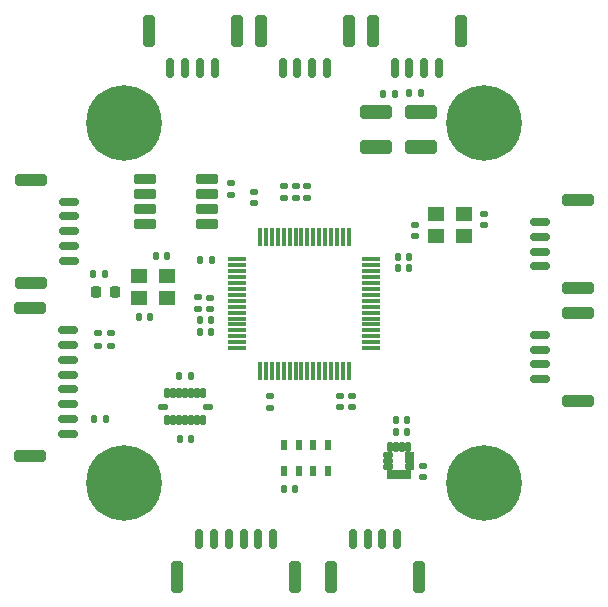
<source format=gts>
%TF.GenerationSoftware,KiCad,Pcbnew,9.0.0*%
%TF.CreationDate,2025-03-25T12:29:50+03:00*%
%TF.ProjectId,Autopilot DronmarketV2,4175746f-7069-46c6-9f74-2044726f6e6d,rev?*%
%TF.SameCoordinates,Original*%
%TF.FileFunction,Soldermask,Top*%
%TF.FilePolarity,Negative*%
%FSLAX46Y46*%
G04 Gerber Fmt 4.6, Leading zero omitted, Abs format (unit mm)*
G04 Created by KiCad (PCBNEW 9.0.0) date 2025-03-25 12:29:50*
%MOMM*%
%LPD*%
G01*
G04 APERTURE LIST*
G04 Aperture macros list*
%AMRoundRect*
0 Rectangle with rounded corners*
0 $1 Rounding radius*
0 $2 $3 $4 $5 $6 $7 $8 $9 X,Y pos of 4 corners*
0 Add a 4 corners polygon primitive as box body*
4,1,4,$2,$3,$4,$5,$6,$7,$8,$9,$2,$3,0*
0 Add four circle primitives for the rounded corners*
1,1,$1+$1,$2,$3*
1,1,$1+$1,$4,$5*
1,1,$1+$1,$6,$7*
1,1,$1+$1,$8,$9*
0 Add four rect primitives between the rounded corners*
20,1,$1+$1,$2,$3,$4,$5,0*
20,1,$1+$1,$4,$5,$6,$7,0*
20,1,$1+$1,$6,$7,$8,$9,0*
20,1,$1+$1,$8,$9,$2,$3,0*%
G04 Aperture macros list end*
%ADD10C,0.010000*%
%ADD11RoundRect,0.140000X0.140000X0.170000X-0.140000X0.170000X-0.140000X-0.170000X0.140000X-0.170000X0*%
%ADD12RoundRect,0.099250X0.822750X0.297750X-0.822750X0.297750X-0.822750X-0.297750X0.822750X-0.297750X0*%
%ADD13RoundRect,0.140000X-0.170000X0.140000X-0.170000X-0.140000X0.170000X-0.140000X0.170000X0.140000X0*%
%ADD14RoundRect,0.150000X0.150000X0.700000X-0.150000X0.700000X-0.150000X-0.700000X0.150000X-0.700000X0*%
%ADD15RoundRect,0.250000X0.250000X1.100000X-0.250000X1.100000X-0.250000X-1.100000X0.250000X-1.100000X0*%
%ADD16RoundRect,0.140000X-0.140000X-0.170000X0.140000X-0.170000X0.140000X0.170000X-0.140000X0.170000X0*%
%ADD17RoundRect,0.250000X1.100000X-0.325000X1.100000X0.325000X-1.100000X0.325000X-1.100000X-0.325000X0*%
%ADD18C,0.800000*%
%ADD19C,6.400000*%
%ADD20R,1.400000X1.200000*%
%ADD21RoundRect,0.075000X-0.700000X-0.075000X0.700000X-0.075000X0.700000X0.075000X-0.700000X0.075000X0*%
%ADD22RoundRect,0.075000X-0.075000X-0.700000X0.075000X-0.700000X0.075000X0.700000X-0.075000X0.700000X0*%
%ADD23RoundRect,0.150000X0.700000X-0.150000X0.700000X0.150000X-0.700000X0.150000X-0.700000X-0.150000X0*%
%ADD24RoundRect,0.250000X1.100000X-0.250000X1.100000X0.250000X-1.100000X0.250000X-1.100000X-0.250000X0*%
%ADD25RoundRect,0.135000X-0.185000X0.135000X-0.185000X-0.135000X0.185000X-0.135000X0.185000X0.135000X0*%
%ADD26RoundRect,0.135000X0.185000X-0.135000X0.185000X0.135000X-0.185000X0.135000X-0.185000X-0.135000X0*%
%ADD27RoundRect,0.150000X-0.150000X-0.700000X0.150000X-0.700000X0.150000X0.700000X-0.150000X0.700000X0*%
%ADD28RoundRect,0.250000X-0.250000X-1.100000X0.250000X-1.100000X0.250000X1.100000X-0.250000X1.100000X0*%
%ADD29RoundRect,0.140000X0.170000X-0.140000X0.170000X0.140000X-0.170000X0.140000X-0.170000X-0.140000X0*%
%ADD30RoundRect,0.250000X-1.100000X0.325000X-1.100000X-0.325000X1.100000X-0.325000X1.100000X0.325000X0*%
%ADD31R,0.550000X0.950000*%
%ADD32RoundRect,0.135000X-0.135000X-0.185000X0.135000X-0.185000X0.135000X0.185000X-0.135000X0.185000X0*%
%ADD33RoundRect,0.150000X-0.700000X0.150000X-0.700000X-0.150000X0.700000X-0.150000X0.700000X0.150000X0*%
%ADD34RoundRect,0.250000X-1.100000X0.250000X-1.100000X-0.250000X1.100000X-0.250000X1.100000X0.250000X0*%
%ADD35RoundRect,0.135000X0.135000X0.185000X-0.135000X0.185000X-0.135000X-0.185000X0.135000X-0.185000X0*%
%ADD36RoundRect,0.102000X-0.175000X-0.295000X0.175000X-0.295000X0.175000X0.295000X-0.175000X0.295000X0*%
%ADD37RoundRect,0.102000X-0.295000X-0.175000X0.295000X-0.175000X0.295000X0.175000X-0.295000X0.175000X0*%
%ADD38RoundRect,0.218750X0.218750X0.256250X-0.218750X0.256250X-0.218750X-0.256250X0.218750X-0.256250X0*%
G04 APERTURE END LIST*
D10*
%TO.C,U2*%
X182268000Y-87526000D02*
X182275000Y-87527000D01*
X182281000Y-87528000D01*
X182287000Y-87529000D01*
X182294000Y-87531000D01*
X182300000Y-87533000D01*
X182306000Y-87536000D01*
X182312000Y-87539000D01*
X182318000Y-87542000D01*
X182323000Y-87545000D01*
X182328000Y-87549000D01*
X182334000Y-87553000D01*
X182339000Y-87557000D01*
X182343000Y-87562000D01*
X182348000Y-87566000D01*
X182352000Y-87571000D01*
X182356000Y-87577000D01*
X182360000Y-87582000D01*
X182363000Y-87588000D01*
X182366000Y-87593000D01*
X182369000Y-87599000D01*
X182372000Y-87605000D01*
X182374000Y-87611000D01*
X182376000Y-87618000D01*
X182377000Y-87624000D01*
X182378000Y-87630000D01*
X182379000Y-87637000D01*
X182380000Y-87643000D01*
X182380000Y-87650000D01*
X182380000Y-87850000D01*
X182380000Y-87857000D01*
X182379000Y-87863000D01*
X182378000Y-87870000D01*
X182377000Y-87876000D01*
X182376000Y-87882000D01*
X182374000Y-87889000D01*
X182372000Y-87895000D01*
X182369000Y-87901000D01*
X182366000Y-87907000D01*
X182363000Y-87913000D01*
X182360000Y-87918000D01*
X182356000Y-87923000D01*
X182352000Y-87929000D01*
X182348000Y-87934000D01*
X182343000Y-87938000D01*
X182339000Y-87943000D01*
X182334000Y-87947000D01*
X182328000Y-87951000D01*
X182323000Y-87955000D01*
X182318000Y-87958000D01*
X182312000Y-87961000D01*
X182306000Y-87964000D01*
X182300000Y-87967000D01*
X182294000Y-87969000D01*
X182287000Y-87971000D01*
X182281000Y-87972000D01*
X182275000Y-87973000D01*
X182268000Y-87974000D01*
X182262000Y-87975000D01*
X182255000Y-87975000D01*
X181815000Y-87975000D01*
X181808000Y-87975000D01*
X181802000Y-87974000D01*
X181795000Y-87973000D01*
X181789000Y-87972000D01*
X181783000Y-87971000D01*
X181776000Y-87969000D01*
X181770000Y-87967000D01*
X181764000Y-87964000D01*
X181758000Y-87961000D01*
X181752000Y-87958000D01*
X181747000Y-87955000D01*
X181742000Y-87951000D01*
X181736000Y-87947000D01*
X181731000Y-87943000D01*
X181727000Y-87938000D01*
X181722000Y-87934000D01*
X181718000Y-87929000D01*
X181714000Y-87923000D01*
X181710000Y-87918000D01*
X181707000Y-87912000D01*
X181704000Y-87907000D01*
X181701000Y-87901000D01*
X181698000Y-87895000D01*
X181696000Y-87889000D01*
X181694000Y-87882000D01*
X181693000Y-87876000D01*
X181692000Y-87870000D01*
X181691000Y-87863000D01*
X181690000Y-87857000D01*
X181690000Y-87850000D01*
X181690000Y-87650000D01*
X181690000Y-87643000D01*
X181691000Y-87637000D01*
X181692000Y-87630000D01*
X181693000Y-87624000D01*
X181694000Y-87618000D01*
X181696000Y-87611000D01*
X181698000Y-87605000D01*
X181701000Y-87599000D01*
X181704000Y-87593000D01*
X181707000Y-87588000D01*
X181710000Y-87582000D01*
X181714000Y-87577000D01*
X181718000Y-87571000D01*
X181722000Y-87566000D01*
X181727000Y-87562000D01*
X181731000Y-87557000D01*
X181736000Y-87553000D01*
X181742000Y-87549000D01*
X181747000Y-87545000D01*
X181752000Y-87542000D01*
X181758000Y-87539000D01*
X181764000Y-87536000D01*
X181770000Y-87533000D01*
X181776000Y-87531000D01*
X181783000Y-87529000D01*
X181789000Y-87528000D01*
X181795000Y-87527000D01*
X181802000Y-87526000D01*
X181808000Y-87525000D01*
X181815000Y-87525000D01*
X182255000Y-87525000D01*
X182262000Y-87525000D01*
X182268000Y-87526000D01*
G36*
X182268000Y-87526000D02*
G01*
X182275000Y-87527000D01*
X182281000Y-87528000D01*
X182287000Y-87529000D01*
X182294000Y-87531000D01*
X182300000Y-87533000D01*
X182306000Y-87536000D01*
X182312000Y-87539000D01*
X182318000Y-87542000D01*
X182323000Y-87545000D01*
X182328000Y-87549000D01*
X182334000Y-87553000D01*
X182339000Y-87557000D01*
X182343000Y-87562000D01*
X182348000Y-87566000D01*
X182352000Y-87571000D01*
X182356000Y-87577000D01*
X182360000Y-87582000D01*
X182363000Y-87588000D01*
X182366000Y-87593000D01*
X182369000Y-87599000D01*
X182372000Y-87605000D01*
X182374000Y-87611000D01*
X182376000Y-87618000D01*
X182377000Y-87624000D01*
X182378000Y-87630000D01*
X182379000Y-87637000D01*
X182380000Y-87643000D01*
X182380000Y-87650000D01*
X182380000Y-87850000D01*
X182380000Y-87857000D01*
X182379000Y-87863000D01*
X182378000Y-87870000D01*
X182377000Y-87876000D01*
X182376000Y-87882000D01*
X182374000Y-87889000D01*
X182372000Y-87895000D01*
X182369000Y-87901000D01*
X182366000Y-87907000D01*
X182363000Y-87913000D01*
X182360000Y-87918000D01*
X182356000Y-87923000D01*
X182352000Y-87929000D01*
X182348000Y-87934000D01*
X182343000Y-87938000D01*
X182339000Y-87943000D01*
X182334000Y-87947000D01*
X182328000Y-87951000D01*
X182323000Y-87955000D01*
X182318000Y-87958000D01*
X182312000Y-87961000D01*
X182306000Y-87964000D01*
X182300000Y-87967000D01*
X182294000Y-87969000D01*
X182287000Y-87971000D01*
X182281000Y-87972000D01*
X182275000Y-87973000D01*
X182268000Y-87974000D01*
X182262000Y-87975000D01*
X182255000Y-87975000D01*
X181815000Y-87975000D01*
X181808000Y-87975000D01*
X181802000Y-87974000D01*
X181795000Y-87973000D01*
X181789000Y-87972000D01*
X181783000Y-87971000D01*
X181776000Y-87969000D01*
X181770000Y-87967000D01*
X181764000Y-87964000D01*
X181758000Y-87961000D01*
X181752000Y-87958000D01*
X181747000Y-87955000D01*
X181742000Y-87951000D01*
X181736000Y-87947000D01*
X181731000Y-87943000D01*
X181727000Y-87938000D01*
X181722000Y-87934000D01*
X181718000Y-87929000D01*
X181714000Y-87923000D01*
X181710000Y-87918000D01*
X181707000Y-87912000D01*
X181704000Y-87907000D01*
X181701000Y-87901000D01*
X181698000Y-87895000D01*
X181696000Y-87889000D01*
X181694000Y-87882000D01*
X181693000Y-87876000D01*
X181692000Y-87870000D01*
X181691000Y-87863000D01*
X181690000Y-87857000D01*
X181690000Y-87850000D01*
X181690000Y-87650000D01*
X181690000Y-87643000D01*
X181691000Y-87637000D01*
X181692000Y-87630000D01*
X181693000Y-87624000D01*
X181694000Y-87618000D01*
X181696000Y-87611000D01*
X181698000Y-87605000D01*
X181701000Y-87599000D01*
X181704000Y-87593000D01*
X181707000Y-87588000D01*
X181710000Y-87582000D01*
X181714000Y-87577000D01*
X181718000Y-87571000D01*
X181722000Y-87566000D01*
X181727000Y-87562000D01*
X181731000Y-87557000D01*
X181736000Y-87553000D01*
X181742000Y-87549000D01*
X181747000Y-87545000D01*
X181752000Y-87542000D01*
X181758000Y-87539000D01*
X181764000Y-87536000D01*
X181770000Y-87533000D01*
X181776000Y-87531000D01*
X181783000Y-87529000D01*
X181789000Y-87528000D01*
X181795000Y-87527000D01*
X181802000Y-87526000D01*
X181808000Y-87525000D01*
X181815000Y-87525000D01*
X182255000Y-87525000D01*
X182262000Y-87525000D01*
X182268000Y-87526000D01*
G37*
X182268000Y-88026000D02*
X182275000Y-88027000D01*
X182281000Y-88028000D01*
X182287000Y-88029000D01*
X182294000Y-88031000D01*
X182300000Y-88033000D01*
X182306000Y-88036000D01*
X182312000Y-88039000D01*
X182318000Y-88042000D01*
X182323000Y-88045000D01*
X182328000Y-88049000D01*
X182334000Y-88053000D01*
X182339000Y-88057000D01*
X182343000Y-88062000D01*
X182348000Y-88066000D01*
X182352000Y-88071000D01*
X182356000Y-88077000D01*
X182360000Y-88082000D01*
X182363000Y-88087000D01*
X182366000Y-88093000D01*
X182369000Y-88099000D01*
X182372000Y-88105000D01*
X182374000Y-88111000D01*
X182376000Y-88118000D01*
X182377000Y-88124000D01*
X182378000Y-88130000D01*
X182379000Y-88137000D01*
X182380000Y-88143000D01*
X182380000Y-88150000D01*
X182380000Y-88350000D01*
X182380000Y-88357000D01*
X182379000Y-88363000D01*
X182378000Y-88370000D01*
X182377000Y-88376000D01*
X182376000Y-88382000D01*
X182374000Y-88389000D01*
X182372000Y-88395000D01*
X182369000Y-88401000D01*
X182366000Y-88407000D01*
X182363000Y-88413000D01*
X182360000Y-88418000D01*
X182356000Y-88423000D01*
X182352000Y-88429000D01*
X182348000Y-88434000D01*
X182343000Y-88438000D01*
X182339000Y-88443000D01*
X182334000Y-88447000D01*
X182328000Y-88451000D01*
X182323000Y-88455000D01*
X182318000Y-88458000D01*
X182312000Y-88461000D01*
X182306000Y-88464000D01*
X182300000Y-88467000D01*
X182294000Y-88469000D01*
X182287000Y-88471000D01*
X182281000Y-88472000D01*
X182275000Y-88473000D01*
X182268000Y-88474000D01*
X182262000Y-88475000D01*
X182255000Y-88475000D01*
X181815000Y-88475000D01*
X181808000Y-88475000D01*
X181802000Y-88474000D01*
X181795000Y-88473000D01*
X181789000Y-88472000D01*
X181783000Y-88471000D01*
X181776000Y-88469000D01*
X181770000Y-88467000D01*
X181764000Y-88464000D01*
X181758000Y-88461000D01*
X181752000Y-88458000D01*
X181747000Y-88455000D01*
X181742000Y-88451000D01*
X181736000Y-88447000D01*
X181731000Y-88443000D01*
X181727000Y-88438000D01*
X181722000Y-88434000D01*
X181718000Y-88429000D01*
X181714000Y-88423000D01*
X181710000Y-88418000D01*
X181707000Y-88412000D01*
X181704000Y-88407000D01*
X181701000Y-88401000D01*
X181698000Y-88395000D01*
X181696000Y-88389000D01*
X181694000Y-88382000D01*
X181693000Y-88376000D01*
X181692000Y-88370000D01*
X181691000Y-88363000D01*
X181690000Y-88357000D01*
X181690000Y-88350000D01*
X181690000Y-88150000D01*
X181690000Y-88143000D01*
X181691000Y-88137000D01*
X181692000Y-88130000D01*
X181693000Y-88124000D01*
X181694000Y-88118000D01*
X181696000Y-88111000D01*
X181698000Y-88105000D01*
X181701000Y-88099000D01*
X181704000Y-88093000D01*
X181707000Y-88087000D01*
X181710000Y-88082000D01*
X181714000Y-88077000D01*
X181718000Y-88071000D01*
X181722000Y-88066000D01*
X181727000Y-88062000D01*
X181731000Y-88057000D01*
X181736000Y-88053000D01*
X181742000Y-88049000D01*
X181747000Y-88045000D01*
X181752000Y-88042000D01*
X181758000Y-88039000D01*
X181764000Y-88036000D01*
X181770000Y-88033000D01*
X181776000Y-88031000D01*
X181783000Y-88029000D01*
X181789000Y-88028000D01*
X181795000Y-88027000D01*
X181802000Y-88026000D01*
X181808000Y-88025000D01*
X181815000Y-88025000D01*
X182255000Y-88025000D01*
X182262000Y-88025000D01*
X182268000Y-88026000D01*
G36*
X182268000Y-88026000D02*
G01*
X182275000Y-88027000D01*
X182281000Y-88028000D01*
X182287000Y-88029000D01*
X182294000Y-88031000D01*
X182300000Y-88033000D01*
X182306000Y-88036000D01*
X182312000Y-88039000D01*
X182318000Y-88042000D01*
X182323000Y-88045000D01*
X182328000Y-88049000D01*
X182334000Y-88053000D01*
X182339000Y-88057000D01*
X182343000Y-88062000D01*
X182348000Y-88066000D01*
X182352000Y-88071000D01*
X182356000Y-88077000D01*
X182360000Y-88082000D01*
X182363000Y-88087000D01*
X182366000Y-88093000D01*
X182369000Y-88099000D01*
X182372000Y-88105000D01*
X182374000Y-88111000D01*
X182376000Y-88118000D01*
X182377000Y-88124000D01*
X182378000Y-88130000D01*
X182379000Y-88137000D01*
X182380000Y-88143000D01*
X182380000Y-88150000D01*
X182380000Y-88350000D01*
X182380000Y-88357000D01*
X182379000Y-88363000D01*
X182378000Y-88370000D01*
X182377000Y-88376000D01*
X182376000Y-88382000D01*
X182374000Y-88389000D01*
X182372000Y-88395000D01*
X182369000Y-88401000D01*
X182366000Y-88407000D01*
X182363000Y-88413000D01*
X182360000Y-88418000D01*
X182356000Y-88423000D01*
X182352000Y-88429000D01*
X182348000Y-88434000D01*
X182343000Y-88438000D01*
X182339000Y-88443000D01*
X182334000Y-88447000D01*
X182328000Y-88451000D01*
X182323000Y-88455000D01*
X182318000Y-88458000D01*
X182312000Y-88461000D01*
X182306000Y-88464000D01*
X182300000Y-88467000D01*
X182294000Y-88469000D01*
X182287000Y-88471000D01*
X182281000Y-88472000D01*
X182275000Y-88473000D01*
X182268000Y-88474000D01*
X182262000Y-88475000D01*
X182255000Y-88475000D01*
X181815000Y-88475000D01*
X181808000Y-88475000D01*
X181802000Y-88474000D01*
X181795000Y-88473000D01*
X181789000Y-88472000D01*
X181783000Y-88471000D01*
X181776000Y-88469000D01*
X181770000Y-88467000D01*
X181764000Y-88464000D01*
X181758000Y-88461000D01*
X181752000Y-88458000D01*
X181747000Y-88455000D01*
X181742000Y-88451000D01*
X181736000Y-88447000D01*
X181731000Y-88443000D01*
X181727000Y-88438000D01*
X181722000Y-88434000D01*
X181718000Y-88429000D01*
X181714000Y-88423000D01*
X181710000Y-88418000D01*
X181707000Y-88412000D01*
X181704000Y-88407000D01*
X181701000Y-88401000D01*
X181698000Y-88395000D01*
X181696000Y-88389000D01*
X181694000Y-88382000D01*
X181693000Y-88376000D01*
X181692000Y-88370000D01*
X181691000Y-88363000D01*
X181690000Y-88357000D01*
X181690000Y-88350000D01*
X181690000Y-88150000D01*
X181690000Y-88143000D01*
X181691000Y-88137000D01*
X181692000Y-88130000D01*
X181693000Y-88124000D01*
X181694000Y-88118000D01*
X181696000Y-88111000D01*
X181698000Y-88105000D01*
X181701000Y-88099000D01*
X181704000Y-88093000D01*
X181707000Y-88087000D01*
X181710000Y-88082000D01*
X181714000Y-88077000D01*
X181718000Y-88071000D01*
X181722000Y-88066000D01*
X181727000Y-88062000D01*
X181731000Y-88057000D01*
X181736000Y-88053000D01*
X181742000Y-88049000D01*
X181747000Y-88045000D01*
X181752000Y-88042000D01*
X181758000Y-88039000D01*
X181764000Y-88036000D01*
X181770000Y-88033000D01*
X181776000Y-88031000D01*
X181783000Y-88029000D01*
X181789000Y-88028000D01*
X181795000Y-88027000D01*
X181802000Y-88026000D01*
X181808000Y-88025000D01*
X181815000Y-88025000D01*
X182255000Y-88025000D01*
X182262000Y-88025000D01*
X182268000Y-88026000D01*
G37*
X182268000Y-88526000D02*
X182275000Y-88527000D01*
X182281000Y-88528000D01*
X182287000Y-88529000D01*
X182294000Y-88531000D01*
X182300000Y-88533000D01*
X182306000Y-88536000D01*
X182312000Y-88539000D01*
X182318000Y-88542000D01*
X182323000Y-88545000D01*
X182328000Y-88549000D01*
X182334000Y-88553000D01*
X182339000Y-88557000D01*
X182343000Y-88562000D01*
X182348000Y-88566000D01*
X182352000Y-88571000D01*
X182356000Y-88577000D01*
X182360000Y-88582000D01*
X182363000Y-88588000D01*
X182366000Y-88593000D01*
X182369000Y-88599000D01*
X182372000Y-88605000D01*
X182374000Y-88611000D01*
X182376000Y-88618000D01*
X182377000Y-88624000D01*
X182378000Y-88630000D01*
X182379000Y-88637000D01*
X182380000Y-88643000D01*
X182380000Y-88650000D01*
X182380000Y-88850000D01*
X182380000Y-88857000D01*
X182379000Y-88863000D01*
X182378000Y-88870000D01*
X182377000Y-88876000D01*
X182376000Y-88882000D01*
X182374000Y-88889000D01*
X182372000Y-88895000D01*
X182369000Y-88901000D01*
X182366000Y-88907000D01*
X182363000Y-88913000D01*
X182360000Y-88918000D01*
X182356000Y-88923000D01*
X182352000Y-88929000D01*
X182348000Y-88934000D01*
X182343000Y-88938000D01*
X182339000Y-88943000D01*
X182334000Y-88947000D01*
X182328000Y-88951000D01*
X182323000Y-88955000D01*
X182318000Y-88958000D01*
X182312000Y-88961000D01*
X182306000Y-88964000D01*
X182300000Y-88967000D01*
X182294000Y-88969000D01*
X182287000Y-88971000D01*
X182281000Y-88972000D01*
X182275000Y-88973000D01*
X182268000Y-88974000D01*
X182262000Y-88975000D01*
X182255000Y-88975000D01*
X181815000Y-88975000D01*
X181808000Y-88975000D01*
X181802000Y-88974000D01*
X181795000Y-88973000D01*
X181789000Y-88972000D01*
X181783000Y-88971000D01*
X181776000Y-88969000D01*
X181770000Y-88967000D01*
X181764000Y-88964000D01*
X181758000Y-88961000D01*
X181752000Y-88958000D01*
X181747000Y-88955000D01*
X181742000Y-88951000D01*
X181736000Y-88947000D01*
X181731000Y-88943000D01*
X181727000Y-88938000D01*
X181722000Y-88934000D01*
X181718000Y-88929000D01*
X181714000Y-88923000D01*
X181710000Y-88918000D01*
X181707000Y-88912000D01*
X181704000Y-88907000D01*
X181701000Y-88901000D01*
X181698000Y-88895000D01*
X181696000Y-88889000D01*
X181694000Y-88882000D01*
X181693000Y-88876000D01*
X181692000Y-88870000D01*
X181691000Y-88863000D01*
X181690000Y-88857000D01*
X181690000Y-88850000D01*
X181690000Y-88650000D01*
X181690000Y-88643000D01*
X181691000Y-88637000D01*
X181692000Y-88630000D01*
X181693000Y-88624000D01*
X181694000Y-88618000D01*
X181696000Y-88611000D01*
X181698000Y-88605000D01*
X181701000Y-88599000D01*
X181704000Y-88593000D01*
X181707000Y-88588000D01*
X181710000Y-88582000D01*
X181714000Y-88577000D01*
X181718000Y-88571000D01*
X181722000Y-88566000D01*
X181727000Y-88562000D01*
X181731000Y-88557000D01*
X181736000Y-88553000D01*
X181742000Y-88549000D01*
X181747000Y-88545000D01*
X181752000Y-88542000D01*
X181758000Y-88539000D01*
X181764000Y-88536000D01*
X181770000Y-88533000D01*
X181776000Y-88531000D01*
X181783000Y-88529000D01*
X181789000Y-88528000D01*
X181795000Y-88527000D01*
X181802000Y-88526000D01*
X181808000Y-88525000D01*
X181815000Y-88525000D01*
X182255000Y-88525000D01*
X182262000Y-88525000D01*
X182268000Y-88526000D01*
G36*
X182268000Y-88526000D02*
G01*
X182275000Y-88527000D01*
X182281000Y-88528000D01*
X182287000Y-88529000D01*
X182294000Y-88531000D01*
X182300000Y-88533000D01*
X182306000Y-88536000D01*
X182312000Y-88539000D01*
X182318000Y-88542000D01*
X182323000Y-88545000D01*
X182328000Y-88549000D01*
X182334000Y-88553000D01*
X182339000Y-88557000D01*
X182343000Y-88562000D01*
X182348000Y-88566000D01*
X182352000Y-88571000D01*
X182356000Y-88577000D01*
X182360000Y-88582000D01*
X182363000Y-88588000D01*
X182366000Y-88593000D01*
X182369000Y-88599000D01*
X182372000Y-88605000D01*
X182374000Y-88611000D01*
X182376000Y-88618000D01*
X182377000Y-88624000D01*
X182378000Y-88630000D01*
X182379000Y-88637000D01*
X182380000Y-88643000D01*
X182380000Y-88650000D01*
X182380000Y-88850000D01*
X182380000Y-88857000D01*
X182379000Y-88863000D01*
X182378000Y-88870000D01*
X182377000Y-88876000D01*
X182376000Y-88882000D01*
X182374000Y-88889000D01*
X182372000Y-88895000D01*
X182369000Y-88901000D01*
X182366000Y-88907000D01*
X182363000Y-88913000D01*
X182360000Y-88918000D01*
X182356000Y-88923000D01*
X182352000Y-88929000D01*
X182348000Y-88934000D01*
X182343000Y-88938000D01*
X182339000Y-88943000D01*
X182334000Y-88947000D01*
X182328000Y-88951000D01*
X182323000Y-88955000D01*
X182318000Y-88958000D01*
X182312000Y-88961000D01*
X182306000Y-88964000D01*
X182300000Y-88967000D01*
X182294000Y-88969000D01*
X182287000Y-88971000D01*
X182281000Y-88972000D01*
X182275000Y-88973000D01*
X182268000Y-88974000D01*
X182262000Y-88975000D01*
X182255000Y-88975000D01*
X181815000Y-88975000D01*
X181808000Y-88975000D01*
X181802000Y-88974000D01*
X181795000Y-88973000D01*
X181789000Y-88972000D01*
X181783000Y-88971000D01*
X181776000Y-88969000D01*
X181770000Y-88967000D01*
X181764000Y-88964000D01*
X181758000Y-88961000D01*
X181752000Y-88958000D01*
X181747000Y-88955000D01*
X181742000Y-88951000D01*
X181736000Y-88947000D01*
X181731000Y-88943000D01*
X181727000Y-88938000D01*
X181722000Y-88934000D01*
X181718000Y-88929000D01*
X181714000Y-88923000D01*
X181710000Y-88918000D01*
X181707000Y-88912000D01*
X181704000Y-88907000D01*
X181701000Y-88901000D01*
X181698000Y-88895000D01*
X181696000Y-88889000D01*
X181694000Y-88882000D01*
X181693000Y-88876000D01*
X181692000Y-88870000D01*
X181691000Y-88863000D01*
X181690000Y-88857000D01*
X181690000Y-88850000D01*
X181690000Y-88650000D01*
X181690000Y-88643000D01*
X181691000Y-88637000D01*
X181692000Y-88630000D01*
X181693000Y-88624000D01*
X181694000Y-88618000D01*
X181696000Y-88611000D01*
X181698000Y-88605000D01*
X181701000Y-88599000D01*
X181704000Y-88593000D01*
X181707000Y-88588000D01*
X181710000Y-88582000D01*
X181714000Y-88577000D01*
X181718000Y-88571000D01*
X181722000Y-88566000D01*
X181727000Y-88562000D01*
X181731000Y-88557000D01*
X181736000Y-88553000D01*
X181742000Y-88549000D01*
X181747000Y-88545000D01*
X181752000Y-88542000D01*
X181758000Y-88539000D01*
X181764000Y-88536000D01*
X181770000Y-88533000D01*
X181776000Y-88531000D01*
X181783000Y-88529000D01*
X181789000Y-88528000D01*
X181795000Y-88527000D01*
X181802000Y-88526000D01*
X181808000Y-88525000D01*
X181815000Y-88525000D01*
X182255000Y-88525000D01*
X182262000Y-88525000D01*
X182268000Y-88526000D01*
G37*
X182313000Y-86741000D02*
X182320000Y-86742000D01*
X182326000Y-86743000D01*
X182332000Y-86744000D01*
X182339000Y-86746000D01*
X182345000Y-86748000D01*
X182351000Y-86751000D01*
X182357000Y-86754000D01*
X182362000Y-86757000D01*
X182368000Y-86760000D01*
X182373000Y-86764000D01*
X182379000Y-86768000D01*
X182384000Y-86772000D01*
X182388000Y-86777000D01*
X182393000Y-86781000D01*
X182397000Y-86786000D01*
X182401000Y-86792000D01*
X182405000Y-86797000D01*
X182408000Y-86802000D01*
X182411000Y-86808000D01*
X182414000Y-86814000D01*
X182417000Y-86820000D01*
X182419000Y-86826000D01*
X182421000Y-86833000D01*
X182422000Y-86839000D01*
X182423000Y-86845000D01*
X182424000Y-86852000D01*
X182425000Y-86858000D01*
X182425000Y-86865000D01*
X182425000Y-87305000D01*
X182425000Y-87312000D01*
X182424000Y-87318000D01*
X182423000Y-87325000D01*
X182422000Y-87331000D01*
X182421000Y-87337000D01*
X182419000Y-87344000D01*
X182417000Y-87350000D01*
X182414000Y-87356000D01*
X182411000Y-87362000D01*
X182408000Y-87368000D01*
X182405000Y-87373000D01*
X182401000Y-87378000D01*
X182397000Y-87384000D01*
X182393000Y-87389000D01*
X182388000Y-87393000D01*
X182384000Y-87398000D01*
X182379000Y-87402000D01*
X182373000Y-87406000D01*
X182368000Y-87410000D01*
X182362000Y-87413000D01*
X182357000Y-87416000D01*
X182351000Y-87419000D01*
X182345000Y-87422000D01*
X182339000Y-87424000D01*
X182332000Y-87426000D01*
X182326000Y-87427000D01*
X182320000Y-87428000D01*
X182313000Y-87429000D01*
X182307000Y-87430000D01*
X182300000Y-87430000D01*
X182100000Y-87430000D01*
X182093000Y-87430000D01*
X182087000Y-87429000D01*
X182080000Y-87428000D01*
X182074000Y-87427000D01*
X182068000Y-87426000D01*
X182061000Y-87424000D01*
X182055000Y-87422000D01*
X182049000Y-87419000D01*
X182043000Y-87416000D01*
X182038000Y-87413000D01*
X182032000Y-87410000D01*
X182027000Y-87406000D01*
X182021000Y-87402000D01*
X182016000Y-87398000D01*
X182012000Y-87393000D01*
X182007000Y-87389000D01*
X182003000Y-87384000D01*
X181999000Y-87378000D01*
X181995000Y-87373000D01*
X181992000Y-87368000D01*
X181989000Y-87362000D01*
X181986000Y-87356000D01*
X181983000Y-87350000D01*
X181981000Y-87344000D01*
X181979000Y-87337000D01*
X181978000Y-87331000D01*
X181977000Y-87325000D01*
X181976000Y-87318000D01*
X181975000Y-87312000D01*
X181975000Y-87305000D01*
X181975000Y-86865000D01*
X181975000Y-86858000D01*
X181976000Y-86852000D01*
X181977000Y-86845000D01*
X181978000Y-86839000D01*
X181979000Y-86833000D01*
X181981000Y-86826000D01*
X181983000Y-86820000D01*
X181986000Y-86814000D01*
X181989000Y-86808000D01*
X181992000Y-86802000D01*
X181995000Y-86797000D01*
X181999000Y-86792000D01*
X182003000Y-86786000D01*
X182007000Y-86781000D01*
X182012000Y-86777000D01*
X182016000Y-86772000D01*
X182021000Y-86768000D01*
X182027000Y-86764000D01*
X182032000Y-86760000D01*
X182038000Y-86757000D01*
X182043000Y-86754000D01*
X182049000Y-86751000D01*
X182055000Y-86748000D01*
X182061000Y-86746000D01*
X182068000Y-86744000D01*
X182074000Y-86743000D01*
X182080000Y-86742000D01*
X182087000Y-86741000D01*
X182093000Y-86740000D01*
X182100000Y-86740000D01*
X182300000Y-86740000D01*
X182307000Y-86740000D01*
X182313000Y-86741000D01*
G36*
X182313000Y-86741000D02*
G01*
X182320000Y-86742000D01*
X182326000Y-86743000D01*
X182332000Y-86744000D01*
X182339000Y-86746000D01*
X182345000Y-86748000D01*
X182351000Y-86751000D01*
X182357000Y-86754000D01*
X182362000Y-86757000D01*
X182368000Y-86760000D01*
X182373000Y-86764000D01*
X182379000Y-86768000D01*
X182384000Y-86772000D01*
X182388000Y-86777000D01*
X182393000Y-86781000D01*
X182397000Y-86786000D01*
X182401000Y-86792000D01*
X182405000Y-86797000D01*
X182408000Y-86802000D01*
X182411000Y-86808000D01*
X182414000Y-86814000D01*
X182417000Y-86820000D01*
X182419000Y-86826000D01*
X182421000Y-86833000D01*
X182422000Y-86839000D01*
X182423000Y-86845000D01*
X182424000Y-86852000D01*
X182425000Y-86858000D01*
X182425000Y-86865000D01*
X182425000Y-87305000D01*
X182425000Y-87312000D01*
X182424000Y-87318000D01*
X182423000Y-87325000D01*
X182422000Y-87331000D01*
X182421000Y-87337000D01*
X182419000Y-87344000D01*
X182417000Y-87350000D01*
X182414000Y-87356000D01*
X182411000Y-87362000D01*
X182408000Y-87368000D01*
X182405000Y-87373000D01*
X182401000Y-87378000D01*
X182397000Y-87384000D01*
X182393000Y-87389000D01*
X182388000Y-87393000D01*
X182384000Y-87398000D01*
X182379000Y-87402000D01*
X182373000Y-87406000D01*
X182368000Y-87410000D01*
X182362000Y-87413000D01*
X182357000Y-87416000D01*
X182351000Y-87419000D01*
X182345000Y-87422000D01*
X182339000Y-87424000D01*
X182332000Y-87426000D01*
X182326000Y-87427000D01*
X182320000Y-87428000D01*
X182313000Y-87429000D01*
X182307000Y-87430000D01*
X182300000Y-87430000D01*
X182100000Y-87430000D01*
X182093000Y-87430000D01*
X182087000Y-87429000D01*
X182080000Y-87428000D01*
X182074000Y-87427000D01*
X182068000Y-87426000D01*
X182061000Y-87424000D01*
X182055000Y-87422000D01*
X182049000Y-87419000D01*
X182043000Y-87416000D01*
X182038000Y-87413000D01*
X182032000Y-87410000D01*
X182027000Y-87406000D01*
X182021000Y-87402000D01*
X182016000Y-87398000D01*
X182012000Y-87393000D01*
X182007000Y-87389000D01*
X182003000Y-87384000D01*
X181999000Y-87378000D01*
X181995000Y-87373000D01*
X181992000Y-87368000D01*
X181989000Y-87362000D01*
X181986000Y-87356000D01*
X181983000Y-87350000D01*
X181981000Y-87344000D01*
X181979000Y-87337000D01*
X181978000Y-87331000D01*
X181977000Y-87325000D01*
X181976000Y-87318000D01*
X181975000Y-87312000D01*
X181975000Y-87305000D01*
X181975000Y-86865000D01*
X181975000Y-86858000D01*
X181976000Y-86852000D01*
X181977000Y-86845000D01*
X181978000Y-86839000D01*
X181979000Y-86833000D01*
X181981000Y-86826000D01*
X181983000Y-86820000D01*
X181986000Y-86814000D01*
X181989000Y-86808000D01*
X181992000Y-86802000D01*
X181995000Y-86797000D01*
X181999000Y-86792000D01*
X182003000Y-86786000D01*
X182007000Y-86781000D01*
X182012000Y-86777000D01*
X182016000Y-86772000D01*
X182021000Y-86768000D01*
X182027000Y-86764000D01*
X182032000Y-86760000D01*
X182038000Y-86757000D01*
X182043000Y-86754000D01*
X182049000Y-86751000D01*
X182055000Y-86748000D01*
X182061000Y-86746000D01*
X182068000Y-86744000D01*
X182074000Y-86743000D01*
X182080000Y-86742000D01*
X182087000Y-86741000D01*
X182093000Y-86740000D01*
X182100000Y-86740000D01*
X182300000Y-86740000D01*
X182307000Y-86740000D01*
X182313000Y-86741000D01*
G37*
X182313000Y-89071000D02*
X182320000Y-89072000D01*
X182326000Y-89073000D01*
X182332000Y-89074000D01*
X182339000Y-89076000D01*
X182345000Y-89078000D01*
X182351000Y-89081000D01*
X182357000Y-89084000D01*
X182362000Y-89087000D01*
X182368000Y-89090000D01*
X182373000Y-89094000D01*
X182379000Y-89098000D01*
X182384000Y-89102000D01*
X182388000Y-89107000D01*
X182393000Y-89111000D01*
X182397000Y-89116000D01*
X182401000Y-89122000D01*
X182405000Y-89127000D01*
X182408000Y-89132000D01*
X182411000Y-89138000D01*
X182414000Y-89144000D01*
X182417000Y-89150000D01*
X182419000Y-89156000D01*
X182421000Y-89163000D01*
X182422000Y-89169000D01*
X182423000Y-89175000D01*
X182424000Y-89182000D01*
X182425000Y-89188000D01*
X182425000Y-89195000D01*
X182425000Y-89635000D01*
X182425000Y-89642000D01*
X182424000Y-89648000D01*
X182423000Y-89655000D01*
X182422000Y-89661000D01*
X182421000Y-89667000D01*
X182419000Y-89674000D01*
X182417000Y-89680000D01*
X182414000Y-89686000D01*
X182411000Y-89692000D01*
X182408000Y-89698000D01*
X182405000Y-89703000D01*
X182401000Y-89708000D01*
X182397000Y-89714000D01*
X182393000Y-89719000D01*
X182388000Y-89723000D01*
X182384000Y-89728000D01*
X182379000Y-89732000D01*
X182373000Y-89736000D01*
X182368000Y-89740000D01*
X182362000Y-89743000D01*
X182357000Y-89746000D01*
X182351000Y-89749000D01*
X182345000Y-89752000D01*
X182339000Y-89754000D01*
X182332000Y-89756000D01*
X182326000Y-89757000D01*
X182320000Y-89758000D01*
X182313000Y-89759000D01*
X182307000Y-89760000D01*
X182300000Y-89760000D01*
X182100000Y-89760000D01*
X182093000Y-89760000D01*
X182087000Y-89759000D01*
X182080000Y-89758000D01*
X182074000Y-89757000D01*
X182068000Y-89756000D01*
X182061000Y-89754000D01*
X182055000Y-89752000D01*
X182049000Y-89749000D01*
X182043000Y-89746000D01*
X182038000Y-89743000D01*
X182032000Y-89740000D01*
X182027000Y-89736000D01*
X182021000Y-89732000D01*
X182016000Y-89728000D01*
X182012000Y-89723000D01*
X182007000Y-89719000D01*
X182003000Y-89714000D01*
X181999000Y-89708000D01*
X181995000Y-89703000D01*
X181992000Y-89698000D01*
X181989000Y-89692000D01*
X181986000Y-89686000D01*
X181983000Y-89680000D01*
X181981000Y-89674000D01*
X181979000Y-89667000D01*
X181978000Y-89661000D01*
X181977000Y-89655000D01*
X181976000Y-89648000D01*
X181975000Y-89642000D01*
X181975000Y-89635000D01*
X181975000Y-89195000D01*
X181975000Y-89188000D01*
X181976000Y-89182000D01*
X181977000Y-89175000D01*
X181978000Y-89169000D01*
X181979000Y-89163000D01*
X181981000Y-89156000D01*
X181983000Y-89150000D01*
X181986000Y-89144000D01*
X181989000Y-89138000D01*
X181992000Y-89132000D01*
X181995000Y-89127000D01*
X181999000Y-89122000D01*
X182003000Y-89116000D01*
X182007000Y-89111000D01*
X182012000Y-89107000D01*
X182016000Y-89102000D01*
X182021000Y-89098000D01*
X182027000Y-89094000D01*
X182032000Y-89090000D01*
X182038000Y-89087000D01*
X182043000Y-89084000D01*
X182049000Y-89081000D01*
X182055000Y-89078000D01*
X182061000Y-89076000D01*
X182068000Y-89074000D01*
X182074000Y-89073000D01*
X182080000Y-89072000D01*
X182087000Y-89071000D01*
X182093000Y-89070000D01*
X182100000Y-89070000D01*
X182300000Y-89070000D01*
X182307000Y-89070000D01*
X182313000Y-89071000D01*
G36*
X182313000Y-89071000D02*
G01*
X182320000Y-89072000D01*
X182326000Y-89073000D01*
X182332000Y-89074000D01*
X182339000Y-89076000D01*
X182345000Y-89078000D01*
X182351000Y-89081000D01*
X182357000Y-89084000D01*
X182362000Y-89087000D01*
X182368000Y-89090000D01*
X182373000Y-89094000D01*
X182379000Y-89098000D01*
X182384000Y-89102000D01*
X182388000Y-89107000D01*
X182393000Y-89111000D01*
X182397000Y-89116000D01*
X182401000Y-89122000D01*
X182405000Y-89127000D01*
X182408000Y-89132000D01*
X182411000Y-89138000D01*
X182414000Y-89144000D01*
X182417000Y-89150000D01*
X182419000Y-89156000D01*
X182421000Y-89163000D01*
X182422000Y-89169000D01*
X182423000Y-89175000D01*
X182424000Y-89182000D01*
X182425000Y-89188000D01*
X182425000Y-89195000D01*
X182425000Y-89635000D01*
X182425000Y-89642000D01*
X182424000Y-89648000D01*
X182423000Y-89655000D01*
X182422000Y-89661000D01*
X182421000Y-89667000D01*
X182419000Y-89674000D01*
X182417000Y-89680000D01*
X182414000Y-89686000D01*
X182411000Y-89692000D01*
X182408000Y-89698000D01*
X182405000Y-89703000D01*
X182401000Y-89708000D01*
X182397000Y-89714000D01*
X182393000Y-89719000D01*
X182388000Y-89723000D01*
X182384000Y-89728000D01*
X182379000Y-89732000D01*
X182373000Y-89736000D01*
X182368000Y-89740000D01*
X182362000Y-89743000D01*
X182357000Y-89746000D01*
X182351000Y-89749000D01*
X182345000Y-89752000D01*
X182339000Y-89754000D01*
X182332000Y-89756000D01*
X182326000Y-89757000D01*
X182320000Y-89758000D01*
X182313000Y-89759000D01*
X182307000Y-89760000D01*
X182300000Y-89760000D01*
X182100000Y-89760000D01*
X182093000Y-89760000D01*
X182087000Y-89759000D01*
X182080000Y-89758000D01*
X182074000Y-89757000D01*
X182068000Y-89756000D01*
X182061000Y-89754000D01*
X182055000Y-89752000D01*
X182049000Y-89749000D01*
X182043000Y-89746000D01*
X182038000Y-89743000D01*
X182032000Y-89740000D01*
X182027000Y-89736000D01*
X182021000Y-89732000D01*
X182016000Y-89728000D01*
X182012000Y-89723000D01*
X182007000Y-89719000D01*
X182003000Y-89714000D01*
X181999000Y-89708000D01*
X181995000Y-89703000D01*
X181992000Y-89698000D01*
X181989000Y-89692000D01*
X181986000Y-89686000D01*
X181983000Y-89680000D01*
X181981000Y-89674000D01*
X181979000Y-89667000D01*
X181978000Y-89661000D01*
X181977000Y-89655000D01*
X181976000Y-89648000D01*
X181975000Y-89642000D01*
X181975000Y-89635000D01*
X181975000Y-89195000D01*
X181975000Y-89188000D01*
X181976000Y-89182000D01*
X181977000Y-89175000D01*
X181978000Y-89169000D01*
X181979000Y-89163000D01*
X181981000Y-89156000D01*
X181983000Y-89150000D01*
X181986000Y-89144000D01*
X181989000Y-89138000D01*
X181992000Y-89132000D01*
X181995000Y-89127000D01*
X181999000Y-89122000D01*
X182003000Y-89116000D01*
X182007000Y-89111000D01*
X182012000Y-89107000D01*
X182016000Y-89102000D01*
X182021000Y-89098000D01*
X182027000Y-89094000D01*
X182032000Y-89090000D01*
X182038000Y-89087000D01*
X182043000Y-89084000D01*
X182049000Y-89081000D01*
X182055000Y-89078000D01*
X182061000Y-89076000D01*
X182068000Y-89074000D01*
X182074000Y-89073000D01*
X182080000Y-89072000D01*
X182087000Y-89071000D01*
X182093000Y-89070000D01*
X182100000Y-89070000D01*
X182300000Y-89070000D01*
X182307000Y-89070000D01*
X182313000Y-89071000D01*
G37*
X182813000Y-86741000D02*
X182820000Y-86742000D01*
X182826000Y-86743000D01*
X182832000Y-86744000D01*
X182839000Y-86746000D01*
X182845000Y-86748000D01*
X182851000Y-86751000D01*
X182857000Y-86754000D01*
X182862000Y-86757000D01*
X182868000Y-86760000D01*
X182873000Y-86764000D01*
X182879000Y-86768000D01*
X182884000Y-86772000D01*
X182888000Y-86777000D01*
X182893000Y-86781000D01*
X182897000Y-86786000D01*
X182901000Y-86792000D01*
X182905000Y-86797000D01*
X182908000Y-86802000D01*
X182911000Y-86808000D01*
X182914000Y-86814000D01*
X182917000Y-86820000D01*
X182919000Y-86826000D01*
X182921000Y-86833000D01*
X182922000Y-86839000D01*
X182923000Y-86845000D01*
X182924000Y-86852000D01*
X182925000Y-86858000D01*
X182925000Y-86865000D01*
X182925000Y-87305000D01*
X182925000Y-87312000D01*
X182924000Y-87318000D01*
X182923000Y-87325000D01*
X182922000Y-87331000D01*
X182921000Y-87337000D01*
X182919000Y-87344000D01*
X182917000Y-87350000D01*
X182914000Y-87356000D01*
X182911000Y-87362000D01*
X182908000Y-87368000D01*
X182905000Y-87373000D01*
X182901000Y-87378000D01*
X182897000Y-87384000D01*
X182893000Y-87389000D01*
X182888000Y-87393000D01*
X182884000Y-87398000D01*
X182879000Y-87402000D01*
X182873000Y-87406000D01*
X182868000Y-87410000D01*
X182862000Y-87413000D01*
X182857000Y-87416000D01*
X182851000Y-87419000D01*
X182845000Y-87422000D01*
X182839000Y-87424000D01*
X182832000Y-87426000D01*
X182826000Y-87427000D01*
X182820000Y-87428000D01*
X182813000Y-87429000D01*
X182807000Y-87430000D01*
X182800000Y-87430000D01*
X182600000Y-87430000D01*
X182593000Y-87430000D01*
X182587000Y-87429000D01*
X182580000Y-87428000D01*
X182574000Y-87427000D01*
X182568000Y-87426000D01*
X182561000Y-87424000D01*
X182555000Y-87422000D01*
X182549000Y-87419000D01*
X182543000Y-87416000D01*
X182538000Y-87413000D01*
X182532000Y-87410000D01*
X182527000Y-87406000D01*
X182521000Y-87402000D01*
X182516000Y-87398000D01*
X182512000Y-87393000D01*
X182507000Y-87389000D01*
X182503000Y-87384000D01*
X182499000Y-87378000D01*
X182495000Y-87373000D01*
X182492000Y-87368000D01*
X182489000Y-87362000D01*
X182486000Y-87356000D01*
X182483000Y-87350000D01*
X182481000Y-87344000D01*
X182479000Y-87337000D01*
X182478000Y-87331000D01*
X182477000Y-87325000D01*
X182476000Y-87318000D01*
X182475000Y-87312000D01*
X182475000Y-87305000D01*
X182475000Y-86865000D01*
X182475000Y-86858000D01*
X182476000Y-86852000D01*
X182477000Y-86845000D01*
X182478000Y-86839000D01*
X182479000Y-86833000D01*
X182481000Y-86826000D01*
X182483000Y-86820000D01*
X182486000Y-86814000D01*
X182489000Y-86808000D01*
X182492000Y-86802000D01*
X182495000Y-86797000D01*
X182499000Y-86792000D01*
X182503000Y-86786000D01*
X182507000Y-86781000D01*
X182512000Y-86777000D01*
X182516000Y-86772000D01*
X182521000Y-86768000D01*
X182527000Y-86764000D01*
X182532000Y-86760000D01*
X182538000Y-86757000D01*
X182543000Y-86754000D01*
X182549000Y-86751000D01*
X182555000Y-86748000D01*
X182561000Y-86746000D01*
X182568000Y-86744000D01*
X182574000Y-86743000D01*
X182580000Y-86742000D01*
X182587000Y-86741000D01*
X182593000Y-86740000D01*
X182600000Y-86740000D01*
X182800000Y-86740000D01*
X182807000Y-86740000D01*
X182813000Y-86741000D01*
G36*
X182813000Y-86741000D02*
G01*
X182820000Y-86742000D01*
X182826000Y-86743000D01*
X182832000Y-86744000D01*
X182839000Y-86746000D01*
X182845000Y-86748000D01*
X182851000Y-86751000D01*
X182857000Y-86754000D01*
X182862000Y-86757000D01*
X182868000Y-86760000D01*
X182873000Y-86764000D01*
X182879000Y-86768000D01*
X182884000Y-86772000D01*
X182888000Y-86777000D01*
X182893000Y-86781000D01*
X182897000Y-86786000D01*
X182901000Y-86792000D01*
X182905000Y-86797000D01*
X182908000Y-86802000D01*
X182911000Y-86808000D01*
X182914000Y-86814000D01*
X182917000Y-86820000D01*
X182919000Y-86826000D01*
X182921000Y-86833000D01*
X182922000Y-86839000D01*
X182923000Y-86845000D01*
X182924000Y-86852000D01*
X182925000Y-86858000D01*
X182925000Y-86865000D01*
X182925000Y-87305000D01*
X182925000Y-87312000D01*
X182924000Y-87318000D01*
X182923000Y-87325000D01*
X182922000Y-87331000D01*
X182921000Y-87337000D01*
X182919000Y-87344000D01*
X182917000Y-87350000D01*
X182914000Y-87356000D01*
X182911000Y-87362000D01*
X182908000Y-87368000D01*
X182905000Y-87373000D01*
X182901000Y-87378000D01*
X182897000Y-87384000D01*
X182893000Y-87389000D01*
X182888000Y-87393000D01*
X182884000Y-87398000D01*
X182879000Y-87402000D01*
X182873000Y-87406000D01*
X182868000Y-87410000D01*
X182862000Y-87413000D01*
X182857000Y-87416000D01*
X182851000Y-87419000D01*
X182845000Y-87422000D01*
X182839000Y-87424000D01*
X182832000Y-87426000D01*
X182826000Y-87427000D01*
X182820000Y-87428000D01*
X182813000Y-87429000D01*
X182807000Y-87430000D01*
X182800000Y-87430000D01*
X182600000Y-87430000D01*
X182593000Y-87430000D01*
X182587000Y-87429000D01*
X182580000Y-87428000D01*
X182574000Y-87427000D01*
X182568000Y-87426000D01*
X182561000Y-87424000D01*
X182555000Y-87422000D01*
X182549000Y-87419000D01*
X182543000Y-87416000D01*
X182538000Y-87413000D01*
X182532000Y-87410000D01*
X182527000Y-87406000D01*
X182521000Y-87402000D01*
X182516000Y-87398000D01*
X182512000Y-87393000D01*
X182507000Y-87389000D01*
X182503000Y-87384000D01*
X182499000Y-87378000D01*
X182495000Y-87373000D01*
X182492000Y-87368000D01*
X182489000Y-87362000D01*
X182486000Y-87356000D01*
X182483000Y-87350000D01*
X182481000Y-87344000D01*
X182479000Y-87337000D01*
X182478000Y-87331000D01*
X182477000Y-87325000D01*
X182476000Y-87318000D01*
X182475000Y-87312000D01*
X182475000Y-87305000D01*
X182475000Y-86865000D01*
X182475000Y-86858000D01*
X182476000Y-86852000D01*
X182477000Y-86845000D01*
X182478000Y-86839000D01*
X182479000Y-86833000D01*
X182481000Y-86826000D01*
X182483000Y-86820000D01*
X182486000Y-86814000D01*
X182489000Y-86808000D01*
X182492000Y-86802000D01*
X182495000Y-86797000D01*
X182499000Y-86792000D01*
X182503000Y-86786000D01*
X182507000Y-86781000D01*
X182512000Y-86777000D01*
X182516000Y-86772000D01*
X182521000Y-86768000D01*
X182527000Y-86764000D01*
X182532000Y-86760000D01*
X182538000Y-86757000D01*
X182543000Y-86754000D01*
X182549000Y-86751000D01*
X182555000Y-86748000D01*
X182561000Y-86746000D01*
X182568000Y-86744000D01*
X182574000Y-86743000D01*
X182580000Y-86742000D01*
X182587000Y-86741000D01*
X182593000Y-86740000D01*
X182600000Y-86740000D01*
X182800000Y-86740000D01*
X182807000Y-86740000D01*
X182813000Y-86741000D01*
G37*
X182813000Y-89071000D02*
X182820000Y-89072000D01*
X182826000Y-89073000D01*
X182832000Y-89074000D01*
X182839000Y-89076000D01*
X182845000Y-89078000D01*
X182851000Y-89081000D01*
X182857000Y-89084000D01*
X182862000Y-89087000D01*
X182868000Y-89090000D01*
X182873000Y-89094000D01*
X182879000Y-89098000D01*
X182884000Y-89102000D01*
X182888000Y-89107000D01*
X182893000Y-89111000D01*
X182897000Y-89116000D01*
X182901000Y-89122000D01*
X182905000Y-89127000D01*
X182908000Y-89132000D01*
X182911000Y-89138000D01*
X182914000Y-89144000D01*
X182917000Y-89150000D01*
X182919000Y-89156000D01*
X182921000Y-89163000D01*
X182922000Y-89169000D01*
X182923000Y-89175000D01*
X182924000Y-89182000D01*
X182925000Y-89188000D01*
X182925000Y-89195000D01*
X182925000Y-89635000D01*
X182925000Y-89642000D01*
X182924000Y-89648000D01*
X182923000Y-89655000D01*
X182922000Y-89661000D01*
X182921000Y-89667000D01*
X182919000Y-89674000D01*
X182917000Y-89680000D01*
X182914000Y-89686000D01*
X182911000Y-89692000D01*
X182908000Y-89698000D01*
X182905000Y-89703000D01*
X182901000Y-89708000D01*
X182897000Y-89714000D01*
X182893000Y-89719000D01*
X182888000Y-89723000D01*
X182884000Y-89728000D01*
X182879000Y-89732000D01*
X182873000Y-89736000D01*
X182868000Y-89740000D01*
X182862000Y-89743000D01*
X182857000Y-89746000D01*
X182851000Y-89749000D01*
X182845000Y-89752000D01*
X182839000Y-89754000D01*
X182832000Y-89756000D01*
X182826000Y-89757000D01*
X182820000Y-89758000D01*
X182813000Y-89759000D01*
X182807000Y-89760000D01*
X182800000Y-89760000D01*
X182600000Y-89760000D01*
X182593000Y-89760000D01*
X182587000Y-89759000D01*
X182580000Y-89758000D01*
X182574000Y-89757000D01*
X182568000Y-89756000D01*
X182561000Y-89754000D01*
X182555000Y-89752000D01*
X182549000Y-89749000D01*
X182543000Y-89746000D01*
X182538000Y-89743000D01*
X182532000Y-89740000D01*
X182527000Y-89736000D01*
X182521000Y-89732000D01*
X182516000Y-89728000D01*
X182512000Y-89723000D01*
X182507000Y-89719000D01*
X182503000Y-89714000D01*
X182499000Y-89708000D01*
X182495000Y-89703000D01*
X182492000Y-89698000D01*
X182489000Y-89692000D01*
X182486000Y-89686000D01*
X182483000Y-89680000D01*
X182481000Y-89674000D01*
X182479000Y-89667000D01*
X182478000Y-89661000D01*
X182477000Y-89655000D01*
X182476000Y-89648000D01*
X182475000Y-89642000D01*
X182475000Y-89635000D01*
X182475000Y-89195000D01*
X182475000Y-89188000D01*
X182476000Y-89182000D01*
X182477000Y-89175000D01*
X182478000Y-89169000D01*
X182479000Y-89163000D01*
X182481000Y-89156000D01*
X182483000Y-89150000D01*
X182486000Y-89144000D01*
X182489000Y-89138000D01*
X182492000Y-89132000D01*
X182495000Y-89127000D01*
X182499000Y-89122000D01*
X182503000Y-89116000D01*
X182507000Y-89111000D01*
X182512000Y-89107000D01*
X182516000Y-89102000D01*
X182521000Y-89098000D01*
X182527000Y-89094000D01*
X182532000Y-89090000D01*
X182538000Y-89087000D01*
X182543000Y-89084000D01*
X182549000Y-89081000D01*
X182555000Y-89078000D01*
X182561000Y-89076000D01*
X182568000Y-89074000D01*
X182574000Y-89073000D01*
X182580000Y-89072000D01*
X182587000Y-89071000D01*
X182593000Y-89070000D01*
X182600000Y-89070000D01*
X182800000Y-89070000D01*
X182807000Y-89070000D01*
X182813000Y-89071000D01*
G36*
X182813000Y-89071000D02*
G01*
X182820000Y-89072000D01*
X182826000Y-89073000D01*
X182832000Y-89074000D01*
X182839000Y-89076000D01*
X182845000Y-89078000D01*
X182851000Y-89081000D01*
X182857000Y-89084000D01*
X182862000Y-89087000D01*
X182868000Y-89090000D01*
X182873000Y-89094000D01*
X182879000Y-89098000D01*
X182884000Y-89102000D01*
X182888000Y-89107000D01*
X182893000Y-89111000D01*
X182897000Y-89116000D01*
X182901000Y-89122000D01*
X182905000Y-89127000D01*
X182908000Y-89132000D01*
X182911000Y-89138000D01*
X182914000Y-89144000D01*
X182917000Y-89150000D01*
X182919000Y-89156000D01*
X182921000Y-89163000D01*
X182922000Y-89169000D01*
X182923000Y-89175000D01*
X182924000Y-89182000D01*
X182925000Y-89188000D01*
X182925000Y-89195000D01*
X182925000Y-89635000D01*
X182925000Y-89642000D01*
X182924000Y-89648000D01*
X182923000Y-89655000D01*
X182922000Y-89661000D01*
X182921000Y-89667000D01*
X182919000Y-89674000D01*
X182917000Y-89680000D01*
X182914000Y-89686000D01*
X182911000Y-89692000D01*
X182908000Y-89698000D01*
X182905000Y-89703000D01*
X182901000Y-89708000D01*
X182897000Y-89714000D01*
X182893000Y-89719000D01*
X182888000Y-89723000D01*
X182884000Y-89728000D01*
X182879000Y-89732000D01*
X182873000Y-89736000D01*
X182868000Y-89740000D01*
X182862000Y-89743000D01*
X182857000Y-89746000D01*
X182851000Y-89749000D01*
X182845000Y-89752000D01*
X182839000Y-89754000D01*
X182832000Y-89756000D01*
X182826000Y-89757000D01*
X182820000Y-89758000D01*
X182813000Y-89759000D01*
X182807000Y-89760000D01*
X182800000Y-89760000D01*
X182600000Y-89760000D01*
X182593000Y-89760000D01*
X182587000Y-89759000D01*
X182580000Y-89758000D01*
X182574000Y-89757000D01*
X182568000Y-89756000D01*
X182561000Y-89754000D01*
X182555000Y-89752000D01*
X182549000Y-89749000D01*
X182543000Y-89746000D01*
X182538000Y-89743000D01*
X182532000Y-89740000D01*
X182527000Y-89736000D01*
X182521000Y-89732000D01*
X182516000Y-89728000D01*
X182512000Y-89723000D01*
X182507000Y-89719000D01*
X182503000Y-89714000D01*
X182499000Y-89708000D01*
X182495000Y-89703000D01*
X182492000Y-89698000D01*
X182489000Y-89692000D01*
X182486000Y-89686000D01*
X182483000Y-89680000D01*
X182481000Y-89674000D01*
X182479000Y-89667000D01*
X182478000Y-89661000D01*
X182477000Y-89655000D01*
X182476000Y-89648000D01*
X182475000Y-89642000D01*
X182475000Y-89635000D01*
X182475000Y-89195000D01*
X182475000Y-89188000D01*
X182476000Y-89182000D01*
X182477000Y-89175000D01*
X182478000Y-89169000D01*
X182479000Y-89163000D01*
X182481000Y-89156000D01*
X182483000Y-89150000D01*
X182486000Y-89144000D01*
X182489000Y-89138000D01*
X182492000Y-89132000D01*
X182495000Y-89127000D01*
X182499000Y-89122000D01*
X182503000Y-89116000D01*
X182507000Y-89111000D01*
X182512000Y-89107000D01*
X182516000Y-89102000D01*
X182521000Y-89098000D01*
X182527000Y-89094000D01*
X182532000Y-89090000D01*
X182538000Y-89087000D01*
X182543000Y-89084000D01*
X182549000Y-89081000D01*
X182555000Y-89078000D01*
X182561000Y-89076000D01*
X182568000Y-89074000D01*
X182574000Y-89073000D01*
X182580000Y-89072000D01*
X182587000Y-89071000D01*
X182593000Y-89070000D01*
X182600000Y-89070000D01*
X182800000Y-89070000D01*
X182807000Y-89070000D01*
X182813000Y-89071000D01*
G37*
X183313000Y-86741000D02*
X183320000Y-86742000D01*
X183326000Y-86743000D01*
X183332000Y-86744000D01*
X183339000Y-86746000D01*
X183345000Y-86748000D01*
X183351000Y-86751000D01*
X183357000Y-86754000D01*
X183362000Y-86757000D01*
X183368000Y-86760000D01*
X183373000Y-86764000D01*
X183379000Y-86768000D01*
X183384000Y-86772000D01*
X183388000Y-86777000D01*
X183393000Y-86781000D01*
X183397000Y-86786000D01*
X183401000Y-86792000D01*
X183405000Y-86797000D01*
X183408000Y-86802000D01*
X183411000Y-86808000D01*
X183414000Y-86814000D01*
X183417000Y-86820000D01*
X183419000Y-86826000D01*
X183421000Y-86833000D01*
X183422000Y-86839000D01*
X183423000Y-86845000D01*
X183424000Y-86852000D01*
X183425000Y-86858000D01*
X183425000Y-86865000D01*
X183425000Y-87305000D01*
X183425000Y-87312000D01*
X183424000Y-87318000D01*
X183423000Y-87325000D01*
X183422000Y-87331000D01*
X183421000Y-87337000D01*
X183419000Y-87344000D01*
X183417000Y-87350000D01*
X183414000Y-87356000D01*
X183411000Y-87362000D01*
X183408000Y-87368000D01*
X183405000Y-87373000D01*
X183401000Y-87378000D01*
X183397000Y-87384000D01*
X183393000Y-87389000D01*
X183388000Y-87393000D01*
X183384000Y-87398000D01*
X183379000Y-87402000D01*
X183373000Y-87406000D01*
X183368000Y-87410000D01*
X183362000Y-87413000D01*
X183357000Y-87416000D01*
X183351000Y-87419000D01*
X183345000Y-87422000D01*
X183339000Y-87424000D01*
X183332000Y-87426000D01*
X183326000Y-87427000D01*
X183320000Y-87428000D01*
X183313000Y-87429000D01*
X183307000Y-87430000D01*
X183300000Y-87430000D01*
X183100000Y-87430000D01*
X183093000Y-87430000D01*
X183087000Y-87429000D01*
X183080000Y-87428000D01*
X183074000Y-87427000D01*
X183068000Y-87426000D01*
X183061000Y-87424000D01*
X183055000Y-87422000D01*
X183049000Y-87419000D01*
X183043000Y-87416000D01*
X183038000Y-87413000D01*
X183032000Y-87410000D01*
X183027000Y-87406000D01*
X183021000Y-87402000D01*
X183016000Y-87398000D01*
X183012000Y-87393000D01*
X183007000Y-87389000D01*
X183003000Y-87384000D01*
X182999000Y-87378000D01*
X182995000Y-87373000D01*
X182992000Y-87368000D01*
X182989000Y-87362000D01*
X182986000Y-87356000D01*
X182983000Y-87350000D01*
X182981000Y-87344000D01*
X182979000Y-87337000D01*
X182978000Y-87331000D01*
X182977000Y-87325000D01*
X182976000Y-87318000D01*
X182975000Y-87312000D01*
X182975000Y-87305000D01*
X182975000Y-86865000D01*
X182975000Y-86858000D01*
X182976000Y-86852000D01*
X182977000Y-86845000D01*
X182978000Y-86839000D01*
X182979000Y-86833000D01*
X182981000Y-86826000D01*
X182983000Y-86820000D01*
X182986000Y-86814000D01*
X182989000Y-86808000D01*
X182992000Y-86802000D01*
X182995000Y-86797000D01*
X182999000Y-86792000D01*
X183003000Y-86786000D01*
X183007000Y-86781000D01*
X183012000Y-86777000D01*
X183016000Y-86772000D01*
X183021000Y-86768000D01*
X183027000Y-86764000D01*
X183032000Y-86760000D01*
X183038000Y-86757000D01*
X183043000Y-86754000D01*
X183049000Y-86751000D01*
X183055000Y-86748000D01*
X183061000Y-86746000D01*
X183068000Y-86744000D01*
X183074000Y-86743000D01*
X183080000Y-86742000D01*
X183087000Y-86741000D01*
X183093000Y-86740000D01*
X183100000Y-86740000D01*
X183300000Y-86740000D01*
X183307000Y-86740000D01*
X183313000Y-86741000D01*
G36*
X183313000Y-86741000D02*
G01*
X183320000Y-86742000D01*
X183326000Y-86743000D01*
X183332000Y-86744000D01*
X183339000Y-86746000D01*
X183345000Y-86748000D01*
X183351000Y-86751000D01*
X183357000Y-86754000D01*
X183362000Y-86757000D01*
X183368000Y-86760000D01*
X183373000Y-86764000D01*
X183379000Y-86768000D01*
X183384000Y-86772000D01*
X183388000Y-86777000D01*
X183393000Y-86781000D01*
X183397000Y-86786000D01*
X183401000Y-86792000D01*
X183405000Y-86797000D01*
X183408000Y-86802000D01*
X183411000Y-86808000D01*
X183414000Y-86814000D01*
X183417000Y-86820000D01*
X183419000Y-86826000D01*
X183421000Y-86833000D01*
X183422000Y-86839000D01*
X183423000Y-86845000D01*
X183424000Y-86852000D01*
X183425000Y-86858000D01*
X183425000Y-86865000D01*
X183425000Y-87305000D01*
X183425000Y-87312000D01*
X183424000Y-87318000D01*
X183423000Y-87325000D01*
X183422000Y-87331000D01*
X183421000Y-87337000D01*
X183419000Y-87344000D01*
X183417000Y-87350000D01*
X183414000Y-87356000D01*
X183411000Y-87362000D01*
X183408000Y-87368000D01*
X183405000Y-87373000D01*
X183401000Y-87378000D01*
X183397000Y-87384000D01*
X183393000Y-87389000D01*
X183388000Y-87393000D01*
X183384000Y-87398000D01*
X183379000Y-87402000D01*
X183373000Y-87406000D01*
X183368000Y-87410000D01*
X183362000Y-87413000D01*
X183357000Y-87416000D01*
X183351000Y-87419000D01*
X183345000Y-87422000D01*
X183339000Y-87424000D01*
X183332000Y-87426000D01*
X183326000Y-87427000D01*
X183320000Y-87428000D01*
X183313000Y-87429000D01*
X183307000Y-87430000D01*
X183300000Y-87430000D01*
X183100000Y-87430000D01*
X183093000Y-87430000D01*
X183087000Y-87429000D01*
X183080000Y-87428000D01*
X183074000Y-87427000D01*
X183068000Y-87426000D01*
X183061000Y-87424000D01*
X183055000Y-87422000D01*
X183049000Y-87419000D01*
X183043000Y-87416000D01*
X183038000Y-87413000D01*
X183032000Y-87410000D01*
X183027000Y-87406000D01*
X183021000Y-87402000D01*
X183016000Y-87398000D01*
X183012000Y-87393000D01*
X183007000Y-87389000D01*
X183003000Y-87384000D01*
X182999000Y-87378000D01*
X182995000Y-87373000D01*
X182992000Y-87368000D01*
X182989000Y-87362000D01*
X182986000Y-87356000D01*
X182983000Y-87350000D01*
X182981000Y-87344000D01*
X182979000Y-87337000D01*
X182978000Y-87331000D01*
X182977000Y-87325000D01*
X182976000Y-87318000D01*
X182975000Y-87312000D01*
X182975000Y-87305000D01*
X182975000Y-86865000D01*
X182975000Y-86858000D01*
X182976000Y-86852000D01*
X182977000Y-86845000D01*
X182978000Y-86839000D01*
X182979000Y-86833000D01*
X182981000Y-86826000D01*
X182983000Y-86820000D01*
X182986000Y-86814000D01*
X182989000Y-86808000D01*
X182992000Y-86802000D01*
X182995000Y-86797000D01*
X182999000Y-86792000D01*
X183003000Y-86786000D01*
X183007000Y-86781000D01*
X183012000Y-86777000D01*
X183016000Y-86772000D01*
X183021000Y-86768000D01*
X183027000Y-86764000D01*
X183032000Y-86760000D01*
X183038000Y-86757000D01*
X183043000Y-86754000D01*
X183049000Y-86751000D01*
X183055000Y-86748000D01*
X183061000Y-86746000D01*
X183068000Y-86744000D01*
X183074000Y-86743000D01*
X183080000Y-86742000D01*
X183087000Y-86741000D01*
X183093000Y-86740000D01*
X183100000Y-86740000D01*
X183300000Y-86740000D01*
X183307000Y-86740000D01*
X183313000Y-86741000D01*
G37*
X183313000Y-89071000D02*
X183320000Y-89072000D01*
X183326000Y-89073000D01*
X183332000Y-89074000D01*
X183339000Y-89076000D01*
X183345000Y-89078000D01*
X183351000Y-89081000D01*
X183357000Y-89084000D01*
X183362000Y-89087000D01*
X183368000Y-89090000D01*
X183373000Y-89094000D01*
X183379000Y-89098000D01*
X183384000Y-89102000D01*
X183388000Y-89107000D01*
X183393000Y-89111000D01*
X183397000Y-89116000D01*
X183401000Y-89122000D01*
X183405000Y-89127000D01*
X183408000Y-89132000D01*
X183411000Y-89138000D01*
X183414000Y-89144000D01*
X183417000Y-89150000D01*
X183419000Y-89156000D01*
X183421000Y-89163000D01*
X183422000Y-89169000D01*
X183423000Y-89175000D01*
X183424000Y-89182000D01*
X183425000Y-89188000D01*
X183425000Y-89195000D01*
X183425000Y-89635000D01*
X183425000Y-89642000D01*
X183424000Y-89648000D01*
X183423000Y-89655000D01*
X183422000Y-89661000D01*
X183421000Y-89667000D01*
X183419000Y-89674000D01*
X183417000Y-89680000D01*
X183414000Y-89686000D01*
X183411000Y-89692000D01*
X183408000Y-89698000D01*
X183405000Y-89703000D01*
X183401000Y-89708000D01*
X183397000Y-89714000D01*
X183393000Y-89719000D01*
X183388000Y-89723000D01*
X183384000Y-89728000D01*
X183379000Y-89732000D01*
X183373000Y-89736000D01*
X183368000Y-89740000D01*
X183362000Y-89743000D01*
X183357000Y-89746000D01*
X183351000Y-89749000D01*
X183345000Y-89752000D01*
X183339000Y-89754000D01*
X183332000Y-89756000D01*
X183326000Y-89757000D01*
X183320000Y-89758000D01*
X183313000Y-89759000D01*
X183307000Y-89760000D01*
X183300000Y-89760000D01*
X183100000Y-89760000D01*
X183093000Y-89760000D01*
X183087000Y-89759000D01*
X183080000Y-89758000D01*
X183074000Y-89757000D01*
X183068000Y-89756000D01*
X183061000Y-89754000D01*
X183055000Y-89752000D01*
X183049000Y-89749000D01*
X183043000Y-89746000D01*
X183038000Y-89743000D01*
X183032000Y-89740000D01*
X183027000Y-89736000D01*
X183021000Y-89732000D01*
X183016000Y-89728000D01*
X183012000Y-89723000D01*
X183007000Y-89719000D01*
X183003000Y-89714000D01*
X182999000Y-89708000D01*
X182995000Y-89703000D01*
X182992000Y-89698000D01*
X182989000Y-89692000D01*
X182986000Y-89686000D01*
X182983000Y-89680000D01*
X182981000Y-89674000D01*
X182979000Y-89667000D01*
X182978000Y-89661000D01*
X182977000Y-89655000D01*
X182976000Y-89648000D01*
X182975000Y-89642000D01*
X182975000Y-89635000D01*
X182975000Y-89195000D01*
X182975000Y-89188000D01*
X182976000Y-89182000D01*
X182977000Y-89175000D01*
X182978000Y-89169000D01*
X182979000Y-89163000D01*
X182981000Y-89156000D01*
X182983000Y-89150000D01*
X182986000Y-89144000D01*
X182989000Y-89138000D01*
X182992000Y-89132000D01*
X182995000Y-89127000D01*
X182999000Y-89122000D01*
X183003000Y-89116000D01*
X183007000Y-89111000D01*
X183012000Y-89107000D01*
X183016000Y-89102000D01*
X183021000Y-89098000D01*
X183027000Y-89094000D01*
X183032000Y-89090000D01*
X183038000Y-89087000D01*
X183043000Y-89084000D01*
X183049000Y-89081000D01*
X183055000Y-89078000D01*
X183061000Y-89076000D01*
X183068000Y-89074000D01*
X183074000Y-89073000D01*
X183080000Y-89072000D01*
X183087000Y-89071000D01*
X183093000Y-89070000D01*
X183100000Y-89070000D01*
X183300000Y-89070000D01*
X183307000Y-89070000D01*
X183313000Y-89071000D01*
G36*
X183313000Y-89071000D02*
G01*
X183320000Y-89072000D01*
X183326000Y-89073000D01*
X183332000Y-89074000D01*
X183339000Y-89076000D01*
X183345000Y-89078000D01*
X183351000Y-89081000D01*
X183357000Y-89084000D01*
X183362000Y-89087000D01*
X183368000Y-89090000D01*
X183373000Y-89094000D01*
X183379000Y-89098000D01*
X183384000Y-89102000D01*
X183388000Y-89107000D01*
X183393000Y-89111000D01*
X183397000Y-89116000D01*
X183401000Y-89122000D01*
X183405000Y-89127000D01*
X183408000Y-89132000D01*
X183411000Y-89138000D01*
X183414000Y-89144000D01*
X183417000Y-89150000D01*
X183419000Y-89156000D01*
X183421000Y-89163000D01*
X183422000Y-89169000D01*
X183423000Y-89175000D01*
X183424000Y-89182000D01*
X183425000Y-89188000D01*
X183425000Y-89195000D01*
X183425000Y-89635000D01*
X183425000Y-89642000D01*
X183424000Y-89648000D01*
X183423000Y-89655000D01*
X183422000Y-89661000D01*
X183421000Y-89667000D01*
X183419000Y-89674000D01*
X183417000Y-89680000D01*
X183414000Y-89686000D01*
X183411000Y-89692000D01*
X183408000Y-89698000D01*
X183405000Y-89703000D01*
X183401000Y-89708000D01*
X183397000Y-89714000D01*
X183393000Y-89719000D01*
X183388000Y-89723000D01*
X183384000Y-89728000D01*
X183379000Y-89732000D01*
X183373000Y-89736000D01*
X183368000Y-89740000D01*
X183362000Y-89743000D01*
X183357000Y-89746000D01*
X183351000Y-89749000D01*
X183345000Y-89752000D01*
X183339000Y-89754000D01*
X183332000Y-89756000D01*
X183326000Y-89757000D01*
X183320000Y-89758000D01*
X183313000Y-89759000D01*
X183307000Y-89760000D01*
X183300000Y-89760000D01*
X183100000Y-89760000D01*
X183093000Y-89760000D01*
X183087000Y-89759000D01*
X183080000Y-89758000D01*
X183074000Y-89757000D01*
X183068000Y-89756000D01*
X183061000Y-89754000D01*
X183055000Y-89752000D01*
X183049000Y-89749000D01*
X183043000Y-89746000D01*
X183038000Y-89743000D01*
X183032000Y-89740000D01*
X183027000Y-89736000D01*
X183021000Y-89732000D01*
X183016000Y-89728000D01*
X183012000Y-89723000D01*
X183007000Y-89719000D01*
X183003000Y-89714000D01*
X182999000Y-89708000D01*
X182995000Y-89703000D01*
X182992000Y-89698000D01*
X182989000Y-89692000D01*
X182986000Y-89686000D01*
X182983000Y-89680000D01*
X182981000Y-89674000D01*
X182979000Y-89667000D01*
X182978000Y-89661000D01*
X182977000Y-89655000D01*
X182976000Y-89648000D01*
X182975000Y-89642000D01*
X182975000Y-89635000D01*
X182975000Y-89195000D01*
X182975000Y-89188000D01*
X182976000Y-89182000D01*
X182977000Y-89175000D01*
X182978000Y-89169000D01*
X182979000Y-89163000D01*
X182981000Y-89156000D01*
X182983000Y-89150000D01*
X182986000Y-89144000D01*
X182989000Y-89138000D01*
X182992000Y-89132000D01*
X182995000Y-89127000D01*
X182999000Y-89122000D01*
X183003000Y-89116000D01*
X183007000Y-89111000D01*
X183012000Y-89107000D01*
X183016000Y-89102000D01*
X183021000Y-89098000D01*
X183027000Y-89094000D01*
X183032000Y-89090000D01*
X183038000Y-89087000D01*
X183043000Y-89084000D01*
X183049000Y-89081000D01*
X183055000Y-89078000D01*
X183061000Y-89076000D01*
X183068000Y-89074000D01*
X183074000Y-89073000D01*
X183080000Y-89072000D01*
X183087000Y-89071000D01*
X183093000Y-89070000D01*
X183100000Y-89070000D01*
X183300000Y-89070000D01*
X183307000Y-89070000D01*
X183313000Y-89071000D01*
G37*
X184098000Y-87526000D02*
X184105000Y-87527000D01*
X184111000Y-87528000D01*
X184117000Y-87529000D01*
X184124000Y-87531000D01*
X184130000Y-87533000D01*
X184136000Y-87536000D01*
X184142000Y-87539000D01*
X184148000Y-87542000D01*
X184153000Y-87545000D01*
X184158000Y-87549000D01*
X184164000Y-87553000D01*
X184169000Y-87557000D01*
X184173000Y-87562000D01*
X184178000Y-87566000D01*
X184182000Y-87571000D01*
X184186000Y-87577000D01*
X184190000Y-87582000D01*
X184193000Y-87588000D01*
X184196000Y-87593000D01*
X184199000Y-87599000D01*
X184202000Y-87605000D01*
X184204000Y-87611000D01*
X184206000Y-87618000D01*
X184207000Y-87624000D01*
X184208000Y-87630000D01*
X184209000Y-87637000D01*
X184210000Y-87643000D01*
X184210000Y-87650000D01*
X184210000Y-87850000D01*
X184210000Y-87857000D01*
X184209000Y-87863000D01*
X184208000Y-87870000D01*
X184207000Y-87876000D01*
X184206000Y-87882000D01*
X184204000Y-87889000D01*
X184202000Y-87895000D01*
X184199000Y-87901000D01*
X184196000Y-87907000D01*
X184193000Y-87913000D01*
X184190000Y-87918000D01*
X184186000Y-87923000D01*
X184182000Y-87929000D01*
X184178000Y-87934000D01*
X184173000Y-87938000D01*
X184169000Y-87943000D01*
X184164000Y-87947000D01*
X184158000Y-87951000D01*
X184153000Y-87955000D01*
X184148000Y-87958000D01*
X184142000Y-87961000D01*
X184136000Y-87964000D01*
X184130000Y-87967000D01*
X184124000Y-87969000D01*
X184117000Y-87971000D01*
X184111000Y-87972000D01*
X184105000Y-87973000D01*
X184098000Y-87974000D01*
X184092000Y-87975000D01*
X184085000Y-87975000D01*
X183645000Y-87975000D01*
X183638000Y-87975000D01*
X183632000Y-87974000D01*
X183625000Y-87973000D01*
X183619000Y-87972000D01*
X183613000Y-87971000D01*
X183606000Y-87969000D01*
X183600000Y-87967000D01*
X183594000Y-87964000D01*
X183588000Y-87961000D01*
X183582000Y-87958000D01*
X183577000Y-87955000D01*
X183572000Y-87951000D01*
X183566000Y-87947000D01*
X183561000Y-87943000D01*
X183557000Y-87938000D01*
X183552000Y-87934000D01*
X183548000Y-87929000D01*
X183544000Y-87923000D01*
X183540000Y-87918000D01*
X183537000Y-87912000D01*
X183534000Y-87907000D01*
X183531000Y-87901000D01*
X183528000Y-87895000D01*
X183526000Y-87889000D01*
X183524000Y-87882000D01*
X183523000Y-87876000D01*
X183522000Y-87870000D01*
X183521000Y-87863000D01*
X183520000Y-87857000D01*
X183520000Y-87850000D01*
X183520000Y-87650000D01*
X183520000Y-87643000D01*
X183521000Y-87637000D01*
X183522000Y-87630000D01*
X183523000Y-87624000D01*
X183524000Y-87618000D01*
X183526000Y-87611000D01*
X183528000Y-87605000D01*
X183531000Y-87599000D01*
X183534000Y-87593000D01*
X183537000Y-87588000D01*
X183540000Y-87582000D01*
X183544000Y-87577000D01*
X183548000Y-87571000D01*
X183552000Y-87566000D01*
X183557000Y-87562000D01*
X183561000Y-87557000D01*
X183566000Y-87553000D01*
X183572000Y-87549000D01*
X183577000Y-87545000D01*
X183582000Y-87542000D01*
X183588000Y-87539000D01*
X183594000Y-87536000D01*
X183600000Y-87533000D01*
X183606000Y-87531000D01*
X183613000Y-87529000D01*
X183619000Y-87528000D01*
X183625000Y-87527000D01*
X183632000Y-87526000D01*
X183638000Y-87525000D01*
X183645000Y-87525000D01*
X184085000Y-87525000D01*
X184092000Y-87525000D01*
X184098000Y-87526000D01*
G36*
X184098000Y-87526000D02*
G01*
X184105000Y-87527000D01*
X184111000Y-87528000D01*
X184117000Y-87529000D01*
X184124000Y-87531000D01*
X184130000Y-87533000D01*
X184136000Y-87536000D01*
X184142000Y-87539000D01*
X184148000Y-87542000D01*
X184153000Y-87545000D01*
X184158000Y-87549000D01*
X184164000Y-87553000D01*
X184169000Y-87557000D01*
X184173000Y-87562000D01*
X184178000Y-87566000D01*
X184182000Y-87571000D01*
X184186000Y-87577000D01*
X184190000Y-87582000D01*
X184193000Y-87588000D01*
X184196000Y-87593000D01*
X184199000Y-87599000D01*
X184202000Y-87605000D01*
X184204000Y-87611000D01*
X184206000Y-87618000D01*
X184207000Y-87624000D01*
X184208000Y-87630000D01*
X184209000Y-87637000D01*
X184210000Y-87643000D01*
X184210000Y-87650000D01*
X184210000Y-87850000D01*
X184210000Y-87857000D01*
X184209000Y-87863000D01*
X184208000Y-87870000D01*
X184207000Y-87876000D01*
X184206000Y-87882000D01*
X184204000Y-87889000D01*
X184202000Y-87895000D01*
X184199000Y-87901000D01*
X184196000Y-87907000D01*
X184193000Y-87913000D01*
X184190000Y-87918000D01*
X184186000Y-87923000D01*
X184182000Y-87929000D01*
X184178000Y-87934000D01*
X184173000Y-87938000D01*
X184169000Y-87943000D01*
X184164000Y-87947000D01*
X184158000Y-87951000D01*
X184153000Y-87955000D01*
X184148000Y-87958000D01*
X184142000Y-87961000D01*
X184136000Y-87964000D01*
X184130000Y-87967000D01*
X184124000Y-87969000D01*
X184117000Y-87971000D01*
X184111000Y-87972000D01*
X184105000Y-87973000D01*
X184098000Y-87974000D01*
X184092000Y-87975000D01*
X184085000Y-87975000D01*
X183645000Y-87975000D01*
X183638000Y-87975000D01*
X183632000Y-87974000D01*
X183625000Y-87973000D01*
X183619000Y-87972000D01*
X183613000Y-87971000D01*
X183606000Y-87969000D01*
X183600000Y-87967000D01*
X183594000Y-87964000D01*
X183588000Y-87961000D01*
X183582000Y-87958000D01*
X183577000Y-87955000D01*
X183572000Y-87951000D01*
X183566000Y-87947000D01*
X183561000Y-87943000D01*
X183557000Y-87938000D01*
X183552000Y-87934000D01*
X183548000Y-87929000D01*
X183544000Y-87923000D01*
X183540000Y-87918000D01*
X183537000Y-87912000D01*
X183534000Y-87907000D01*
X183531000Y-87901000D01*
X183528000Y-87895000D01*
X183526000Y-87889000D01*
X183524000Y-87882000D01*
X183523000Y-87876000D01*
X183522000Y-87870000D01*
X183521000Y-87863000D01*
X183520000Y-87857000D01*
X183520000Y-87850000D01*
X183520000Y-87650000D01*
X183520000Y-87643000D01*
X183521000Y-87637000D01*
X183522000Y-87630000D01*
X183523000Y-87624000D01*
X183524000Y-87618000D01*
X183526000Y-87611000D01*
X183528000Y-87605000D01*
X183531000Y-87599000D01*
X183534000Y-87593000D01*
X183537000Y-87588000D01*
X183540000Y-87582000D01*
X183544000Y-87577000D01*
X183548000Y-87571000D01*
X183552000Y-87566000D01*
X183557000Y-87562000D01*
X183561000Y-87557000D01*
X183566000Y-87553000D01*
X183572000Y-87549000D01*
X183577000Y-87545000D01*
X183582000Y-87542000D01*
X183588000Y-87539000D01*
X183594000Y-87536000D01*
X183600000Y-87533000D01*
X183606000Y-87531000D01*
X183613000Y-87529000D01*
X183619000Y-87528000D01*
X183625000Y-87527000D01*
X183632000Y-87526000D01*
X183638000Y-87525000D01*
X183645000Y-87525000D01*
X184085000Y-87525000D01*
X184092000Y-87525000D01*
X184098000Y-87526000D01*
G37*
X184098000Y-88026000D02*
X184105000Y-88027000D01*
X184111000Y-88028000D01*
X184117000Y-88029000D01*
X184124000Y-88031000D01*
X184130000Y-88033000D01*
X184136000Y-88036000D01*
X184142000Y-88039000D01*
X184148000Y-88042000D01*
X184153000Y-88045000D01*
X184158000Y-88049000D01*
X184164000Y-88053000D01*
X184169000Y-88057000D01*
X184173000Y-88062000D01*
X184178000Y-88066000D01*
X184182000Y-88071000D01*
X184186000Y-88077000D01*
X184190000Y-88082000D01*
X184193000Y-88087000D01*
X184196000Y-88093000D01*
X184199000Y-88099000D01*
X184202000Y-88105000D01*
X184204000Y-88111000D01*
X184206000Y-88118000D01*
X184207000Y-88124000D01*
X184208000Y-88130000D01*
X184209000Y-88137000D01*
X184210000Y-88143000D01*
X184210000Y-88150000D01*
X184210000Y-88350000D01*
X184210000Y-88357000D01*
X184209000Y-88363000D01*
X184208000Y-88370000D01*
X184207000Y-88376000D01*
X184206000Y-88382000D01*
X184204000Y-88389000D01*
X184202000Y-88395000D01*
X184199000Y-88401000D01*
X184196000Y-88407000D01*
X184193000Y-88413000D01*
X184190000Y-88418000D01*
X184186000Y-88423000D01*
X184182000Y-88429000D01*
X184178000Y-88434000D01*
X184173000Y-88438000D01*
X184169000Y-88443000D01*
X184164000Y-88447000D01*
X184158000Y-88451000D01*
X184153000Y-88455000D01*
X184148000Y-88458000D01*
X184142000Y-88461000D01*
X184136000Y-88464000D01*
X184130000Y-88467000D01*
X184124000Y-88469000D01*
X184117000Y-88471000D01*
X184111000Y-88472000D01*
X184105000Y-88473000D01*
X184098000Y-88474000D01*
X184092000Y-88475000D01*
X184085000Y-88475000D01*
X183645000Y-88475000D01*
X183638000Y-88475000D01*
X183632000Y-88474000D01*
X183625000Y-88473000D01*
X183619000Y-88472000D01*
X183613000Y-88471000D01*
X183606000Y-88469000D01*
X183600000Y-88467000D01*
X183594000Y-88464000D01*
X183588000Y-88461000D01*
X183582000Y-88458000D01*
X183577000Y-88455000D01*
X183572000Y-88451000D01*
X183566000Y-88447000D01*
X183561000Y-88443000D01*
X183557000Y-88438000D01*
X183552000Y-88434000D01*
X183548000Y-88429000D01*
X183544000Y-88423000D01*
X183540000Y-88418000D01*
X183537000Y-88412000D01*
X183534000Y-88407000D01*
X183531000Y-88401000D01*
X183528000Y-88395000D01*
X183526000Y-88389000D01*
X183524000Y-88382000D01*
X183523000Y-88376000D01*
X183522000Y-88370000D01*
X183521000Y-88363000D01*
X183520000Y-88357000D01*
X183520000Y-88350000D01*
X183520000Y-88150000D01*
X183520000Y-88143000D01*
X183521000Y-88137000D01*
X183522000Y-88130000D01*
X183523000Y-88124000D01*
X183524000Y-88118000D01*
X183526000Y-88111000D01*
X183528000Y-88105000D01*
X183531000Y-88099000D01*
X183534000Y-88093000D01*
X183537000Y-88087000D01*
X183540000Y-88082000D01*
X183544000Y-88077000D01*
X183548000Y-88071000D01*
X183552000Y-88066000D01*
X183557000Y-88062000D01*
X183561000Y-88057000D01*
X183566000Y-88053000D01*
X183572000Y-88049000D01*
X183577000Y-88045000D01*
X183582000Y-88042000D01*
X183588000Y-88039000D01*
X183594000Y-88036000D01*
X183600000Y-88033000D01*
X183606000Y-88031000D01*
X183613000Y-88029000D01*
X183619000Y-88028000D01*
X183625000Y-88027000D01*
X183632000Y-88026000D01*
X183638000Y-88025000D01*
X183645000Y-88025000D01*
X184085000Y-88025000D01*
X184092000Y-88025000D01*
X184098000Y-88026000D01*
G36*
X184098000Y-88026000D02*
G01*
X184105000Y-88027000D01*
X184111000Y-88028000D01*
X184117000Y-88029000D01*
X184124000Y-88031000D01*
X184130000Y-88033000D01*
X184136000Y-88036000D01*
X184142000Y-88039000D01*
X184148000Y-88042000D01*
X184153000Y-88045000D01*
X184158000Y-88049000D01*
X184164000Y-88053000D01*
X184169000Y-88057000D01*
X184173000Y-88062000D01*
X184178000Y-88066000D01*
X184182000Y-88071000D01*
X184186000Y-88077000D01*
X184190000Y-88082000D01*
X184193000Y-88087000D01*
X184196000Y-88093000D01*
X184199000Y-88099000D01*
X184202000Y-88105000D01*
X184204000Y-88111000D01*
X184206000Y-88118000D01*
X184207000Y-88124000D01*
X184208000Y-88130000D01*
X184209000Y-88137000D01*
X184210000Y-88143000D01*
X184210000Y-88150000D01*
X184210000Y-88350000D01*
X184210000Y-88357000D01*
X184209000Y-88363000D01*
X184208000Y-88370000D01*
X184207000Y-88376000D01*
X184206000Y-88382000D01*
X184204000Y-88389000D01*
X184202000Y-88395000D01*
X184199000Y-88401000D01*
X184196000Y-88407000D01*
X184193000Y-88413000D01*
X184190000Y-88418000D01*
X184186000Y-88423000D01*
X184182000Y-88429000D01*
X184178000Y-88434000D01*
X184173000Y-88438000D01*
X184169000Y-88443000D01*
X184164000Y-88447000D01*
X184158000Y-88451000D01*
X184153000Y-88455000D01*
X184148000Y-88458000D01*
X184142000Y-88461000D01*
X184136000Y-88464000D01*
X184130000Y-88467000D01*
X184124000Y-88469000D01*
X184117000Y-88471000D01*
X184111000Y-88472000D01*
X184105000Y-88473000D01*
X184098000Y-88474000D01*
X184092000Y-88475000D01*
X184085000Y-88475000D01*
X183645000Y-88475000D01*
X183638000Y-88475000D01*
X183632000Y-88474000D01*
X183625000Y-88473000D01*
X183619000Y-88472000D01*
X183613000Y-88471000D01*
X183606000Y-88469000D01*
X183600000Y-88467000D01*
X183594000Y-88464000D01*
X183588000Y-88461000D01*
X183582000Y-88458000D01*
X183577000Y-88455000D01*
X183572000Y-88451000D01*
X183566000Y-88447000D01*
X183561000Y-88443000D01*
X183557000Y-88438000D01*
X183552000Y-88434000D01*
X183548000Y-88429000D01*
X183544000Y-88423000D01*
X183540000Y-88418000D01*
X183537000Y-88412000D01*
X183534000Y-88407000D01*
X183531000Y-88401000D01*
X183528000Y-88395000D01*
X183526000Y-88389000D01*
X183524000Y-88382000D01*
X183523000Y-88376000D01*
X183522000Y-88370000D01*
X183521000Y-88363000D01*
X183520000Y-88357000D01*
X183520000Y-88350000D01*
X183520000Y-88150000D01*
X183520000Y-88143000D01*
X183521000Y-88137000D01*
X183522000Y-88130000D01*
X183523000Y-88124000D01*
X183524000Y-88118000D01*
X183526000Y-88111000D01*
X183528000Y-88105000D01*
X183531000Y-88099000D01*
X183534000Y-88093000D01*
X183537000Y-88087000D01*
X183540000Y-88082000D01*
X183544000Y-88077000D01*
X183548000Y-88071000D01*
X183552000Y-88066000D01*
X183557000Y-88062000D01*
X183561000Y-88057000D01*
X183566000Y-88053000D01*
X183572000Y-88049000D01*
X183577000Y-88045000D01*
X183582000Y-88042000D01*
X183588000Y-88039000D01*
X183594000Y-88036000D01*
X183600000Y-88033000D01*
X183606000Y-88031000D01*
X183613000Y-88029000D01*
X183619000Y-88028000D01*
X183625000Y-88027000D01*
X183632000Y-88026000D01*
X183638000Y-88025000D01*
X183645000Y-88025000D01*
X184085000Y-88025000D01*
X184092000Y-88025000D01*
X184098000Y-88026000D01*
G37*
X184098000Y-88526000D02*
X184105000Y-88527000D01*
X184111000Y-88528000D01*
X184117000Y-88529000D01*
X184124000Y-88531000D01*
X184130000Y-88533000D01*
X184136000Y-88536000D01*
X184142000Y-88539000D01*
X184148000Y-88542000D01*
X184153000Y-88545000D01*
X184158000Y-88549000D01*
X184164000Y-88553000D01*
X184169000Y-88557000D01*
X184173000Y-88562000D01*
X184178000Y-88566000D01*
X184182000Y-88571000D01*
X184186000Y-88577000D01*
X184190000Y-88582000D01*
X184193000Y-88588000D01*
X184196000Y-88593000D01*
X184199000Y-88599000D01*
X184202000Y-88605000D01*
X184204000Y-88611000D01*
X184206000Y-88618000D01*
X184207000Y-88624000D01*
X184208000Y-88630000D01*
X184209000Y-88637000D01*
X184210000Y-88643000D01*
X184210000Y-88650000D01*
X184210000Y-88850000D01*
X184210000Y-88857000D01*
X184209000Y-88863000D01*
X184208000Y-88870000D01*
X184207000Y-88876000D01*
X184206000Y-88882000D01*
X184204000Y-88889000D01*
X184202000Y-88895000D01*
X184199000Y-88901000D01*
X184196000Y-88907000D01*
X184193000Y-88913000D01*
X184190000Y-88918000D01*
X184186000Y-88923000D01*
X184182000Y-88929000D01*
X184178000Y-88934000D01*
X184173000Y-88938000D01*
X184169000Y-88943000D01*
X184164000Y-88947000D01*
X184158000Y-88951000D01*
X184153000Y-88955000D01*
X184148000Y-88958000D01*
X184142000Y-88961000D01*
X184136000Y-88964000D01*
X184130000Y-88967000D01*
X184124000Y-88969000D01*
X184117000Y-88971000D01*
X184111000Y-88972000D01*
X184105000Y-88973000D01*
X184098000Y-88974000D01*
X184092000Y-88975000D01*
X184085000Y-88975000D01*
X183645000Y-88975000D01*
X183638000Y-88975000D01*
X183632000Y-88974000D01*
X183625000Y-88973000D01*
X183619000Y-88972000D01*
X183613000Y-88971000D01*
X183606000Y-88969000D01*
X183600000Y-88967000D01*
X183594000Y-88964000D01*
X183588000Y-88961000D01*
X183582000Y-88958000D01*
X183577000Y-88955000D01*
X183572000Y-88951000D01*
X183566000Y-88947000D01*
X183561000Y-88943000D01*
X183557000Y-88938000D01*
X183552000Y-88934000D01*
X183548000Y-88929000D01*
X183544000Y-88923000D01*
X183540000Y-88918000D01*
X183537000Y-88912000D01*
X183534000Y-88907000D01*
X183531000Y-88901000D01*
X183528000Y-88895000D01*
X183526000Y-88889000D01*
X183524000Y-88882000D01*
X183523000Y-88876000D01*
X183522000Y-88870000D01*
X183521000Y-88863000D01*
X183520000Y-88857000D01*
X183520000Y-88850000D01*
X183520000Y-88650000D01*
X183520000Y-88643000D01*
X183521000Y-88637000D01*
X183522000Y-88630000D01*
X183523000Y-88624000D01*
X183524000Y-88618000D01*
X183526000Y-88611000D01*
X183528000Y-88605000D01*
X183531000Y-88599000D01*
X183534000Y-88593000D01*
X183537000Y-88588000D01*
X183540000Y-88582000D01*
X183544000Y-88577000D01*
X183548000Y-88571000D01*
X183552000Y-88566000D01*
X183557000Y-88562000D01*
X183561000Y-88557000D01*
X183566000Y-88553000D01*
X183572000Y-88549000D01*
X183577000Y-88545000D01*
X183582000Y-88542000D01*
X183588000Y-88539000D01*
X183594000Y-88536000D01*
X183600000Y-88533000D01*
X183606000Y-88531000D01*
X183613000Y-88529000D01*
X183619000Y-88528000D01*
X183625000Y-88527000D01*
X183632000Y-88526000D01*
X183638000Y-88525000D01*
X183645000Y-88525000D01*
X184085000Y-88525000D01*
X184092000Y-88525000D01*
X184098000Y-88526000D01*
G36*
X184098000Y-88526000D02*
G01*
X184105000Y-88527000D01*
X184111000Y-88528000D01*
X184117000Y-88529000D01*
X184124000Y-88531000D01*
X184130000Y-88533000D01*
X184136000Y-88536000D01*
X184142000Y-88539000D01*
X184148000Y-88542000D01*
X184153000Y-88545000D01*
X184158000Y-88549000D01*
X184164000Y-88553000D01*
X184169000Y-88557000D01*
X184173000Y-88562000D01*
X184178000Y-88566000D01*
X184182000Y-88571000D01*
X184186000Y-88577000D01*
X184190000Y-88582000D01*
X184193000Y-88588000D01*
X184196000Y-88593000D01*
X184199000Y-88599000D01*
X184202000Y-88605000D01*
X184204000Y-88611000D01*
X184206000Y-88618000D01*
X184207000Y-88624000D01*
X184208000Y-88630000D01*
X184209000Y-88637000D01*
X184210000Y-88643000D01*
X184210000Y-88650000D01*
X184210000Y-88850000D01*
X184210000Y-88857000D01*
X184209000Y-88863000D01*
X184208000Y-88870000D01*
X184207000Y-88876000D01*
X184206000Y-88882000D01*
X184204000Y-88889000D01*
X184202000Y-88895000D01*
X184199000Y-88901000D01*
X184196000Y-88907000D01*
X184193000Y-88913000D01*
X184190000Y-88918000D01*
X184186000Y-88923000D01*
X184182000Y-88929000D01*
X184178000Y-88934000D01*
X184173000Y-88938000D01*
X184169000Y-88943000D01*
X184164000Y-88947000D01*
X184158000Y-88951000D01*
X184153000Y-88955000D01*
X184148000Y-88958000D01*
X184142000Y-88961000D01*
X184136000Y-88964000D01*
X184130000Y-88967000D01*
X184124000Y-88969000D01*
X184117000Y-88971000D01*
X184111000Y-88972000D01*
X184105000Y-88973000D01*
X184098000Y-88974000D01*
X184092000Y-88975000D01*
X184085000Y-88975000D01*
X183645000Y-88975000D01*
X183638000Y-88975000D01*
X183632000Y-88974000D01*
X183625000Y-88973000D01*
X183619000Y-88972000D01*
X183613000Y-88971000D01*
X183606000Y-88969000D01*
X183600000Y-88967000D01*
X183594000Y-88964000D01*
X183588000Y-88961000D01*
X183582000Y-88958000D01*
X183577000Y-88955000D01*
X183572000Y-88951000D01*
X183566000Y-88947000D01*
X183561000Y-88943000D01*
X183557000Y-88938000D01*
X183552000Y-88934000D01*
X183548000Y-88929000D01*
X183544000Y-88923000D01*
X183540000Y-88918000D01*
X183537000Y-88912000D01*
X183534000Y-88907000D01*
X183531000Y-88901000D01*
X183528000Y-88895000D01*
X183526000Y-88889000D01*
X183524000Y-88882000D01*
X183523000Y-88876000D01*
X183522000Y-88870000D01*
X183521000Y-88863000D01*
X183520000Y-88857000D01*
X183520000Y-88850000D01*
X183520000Y-88650000D01*
X183520000Y-88643000D01*
X183521000Y-88637000D01*
X183522000Y-88630000D01*
X183523000Y-88624000D01*
X183524000Y-88618000D01*
X183526000Y-88611000D01*
X183528000Y-88605000D01*
X183531000Y-88599000D01*
X183534000Y-88593000D01*
X183537000Y-88588000D01*
X183540000Y-88582000D01*
X183544000Y-88577000D01*
X183548000Y-88571000D01*
X183552000Y-88566000D01*
X183557000Y-88562000D01*
X183561000Y-88557000D01*
X183566000Y-88553000D01*
X183572000Y-88549000D01*
X183577000Y-88545000D01*
X183582000Y-88542000D01*
X183588000Y-88539000D01*
X183594000Y-88536000D01*
X183600000Y-88533000D01*
X183606000Y-88531000D01*
X183613000Y-88529000D01*
X183619000Y-88528000D01*
X183625000Y-88527000D01*
X183632000Y-88526000D01*
X183638000Y-88525000D01*
X183645000Y-88525000D01*
X184085000Y-88525000D01*
X184092000Y-88525000D01*
X184098000Y-88526000D01*
G37*
X183813000Y-86741000D02*
X183820000Y-86742000D01*
X183826000Y-86743000D01*
X183832000Y-86744000D01*
X183839000Y-86746000D01*
X183845000Y-86748000D01*
X183851000Y-86751000D01*
X183857000Y-86754000D01*
X183862000Y-86757000D01*
X183868000Y-86760000D01*
X183873000Y-86764000D01*
X183879000Y-86768000D01*
X183884000Y-86772000D01*
X183888000Y-86777000D01*
X183893000Y-86781000D01*
X183897000Y-86786000D01*
X183901000Y-86792000D01*
X183905000Y-86797000D01*
X183908000Y-86802000D01*
X183911000Y-86808000D01*
X183914000Y-86814000D01*
X183917000Y-86820000D01*
X183919000Y-86826000D01*
X183921000Y-86833000D01*
X183922000Y-86839000D01*
X183923000Y-86845000D01*
X183924000Y-86852000D01*
X183925000Y-86858000D01*
X183925000Y-86865000D01*
X183925000Y-87305000D01*
X183925000Y-87312000D01*
X183924000Y-87318000D01*
X183923000Y-87325000D01*
X183922000Y-87331000D01*
X183921000Y-87337000D01*
X183919000Y-87344000D01*
X183917000Y-87350000D01*
X183914000Y-87356000D01*
X183911000Y-87362000D01*
X183908000Y-87368000D01*
X183905000Y-87373000D01*
X183901000Y-87378000D01*
X183897000Y-87384000D01*
X183893000Y-87389000D01*
X183888000Y-87393000D01*
X183884000Y-87398000D01*
X183879000Y-87402000D01*
X183873000Y-87406000D01*
X183868000Y-87410000D01*
X183862000Y-87413000D01*
X183857000Y-87416000D01*
X183851000Y-87419000D01*
X183845000Y-87422000D01*
X183839000Y-87424000D01*
X183832000Y-87426000D01*
X183826000Y-87427000D01*
X183820000Y-87428000D01*
X183813000Y-87429000D01*
X183807000Y-87430000D01*
X183800000Y-87430000D01*
X183600000Y-87430000D01*
X183593000Y-87430000D01*
X183587000Y-87429000D01*
X183580000Y-87428000D01*
X183574000Y-87427000D01*
X183568000Y-87426000D01*
X183561000Y-87424000D01*
X183555000Y-87422000D01*
X183549000Y-87419000D01*
X183543000Y-87416000D01*
X183538000Y-87413000D01*
X183532000Y-87410000D01*
X183527000Y-87406000D01*
X183521000Y-87402000D01*
X183516000Y-87398000D01*
X183512000Y-87393000D01*
X183507000Y-87389000D01*
X183503000Y-87384000D01*
X183499000Y-87378000D01*
X183495000Y-87373000D01*
X183492000Y-87368000D01*
X183489000Y-87362000D01*
X183486000Y-87356000D01*
X183483000Y-87350000D01*
X183481000Y-87344000D01*
X183479000Y-87337000D01*
X183478000Y-87331000D01*
X183477000Y-87325000D01*
X183476000Y-87318000D01*
X183475000Y-87312000D01*
X183475000Y-87305000D01*
X183475000Y-86865000D01*
X183475000Y-86858000D01*
X183476000Y-86852000D01*
X183477000Y-86845000D01*
X183478000Y-86839000D01*
X183479000Y-86833000D01*
X183481000Y-86826000D01*
X183483000Y-86820000D01*
X183486000Y-86814000D01*
X183489000Y-86808000D01*
X183492000Y-86802000D01*
X183495000Y-86797000D01*
X183499000Y-86792000D01*
X183503000Y-86786000D01*
X183507000Y-86781000D01*
X183512000Y-86777000D01*
X183516000Y-86772000D01*
X183521000Y-86768000D01*
X183527000Y-86764000D01*
X183532000Y-86760000D01*
X183538000Y-86757000D01*
X183543000Y-86754000D01*
X183549000Y-86751000D01*
X183555000Y-86748000D01*
X183561000Y-86746000D01*
X183568000Y-86744000D01*
X183574000Y-86743000D01*
X183580000Y-86742000D01*
X183587000Y-86741000D01*
X183593000Y-86740000D01*
X183600000Y-86740000D01*
X183800000Y-86740000D01*
X183807000Y-86740000D01*
X183813000Y-86741000D01*
G36*
X183813000Y-86741000D02*
G01*
X183820000Y-86742000D01*
X183826000Y-86743000D01*
X183832000Y-86744000D01*
X183839000Y-86746000D01*
X183845000Y-86748000D01*
X183851000Y-86751000D01*
X183857000Y-86754000D01*
X183862000Y-86757000D01*
X183868000Y-86760000D01*
X183873000Y-86764000D01*
X183879000Y-86768000D01*
X183884000Y-86772000D01*
X183888000Y-86777000D01*
X183893000Y-86781000D01*
X183897000Y-86786000D01*
X183901000Y-86792000D01*
X183905000Y-86797000D01*
X183908000Y-86802000D01*
X183911000Y-86808000D01*
X183914000Y-86814000D01*
X183917000Y-86820000D01*
X183919000Y-86826000D01*
X183921000Y-86833000D01*
X183922000Y-86839000D01*
X183923000Y-86845000D01*
X183924000Y-86852000D01*
X183925000Y-86858000D01*
X183925000Y-86865000D01*
X183925000Y-87305000D01*
X183925000Y-87312000D01*
X183924000Y-87318000D01*
X183923000Y-87325000D01*
X183922000Y-87331000D01*
X183921000Y-87337000D01*
X183919000Y-87344000D01*
X183917000Y-87350000D01*
X183914000Y-87356000D01*
X183911000Y-87362000D01*
X183908000Y-87368000D01*
X183905000Y-87373000D01*
X183901000Y-87378000D01*
X183897000Y-87384000D01*
X183893000Y-87389000D01*
X183888000Y-87393000D01*
X183884000Y-87398000D01*
X183879000Y-87402000D01*
X183873000Y-87406000D01*
X183868000Y-87410000D01*
X183862000Y-87413000D01*
X183857000Y-87416000D01*
X183851000Y-87419000D01*
X183845000Y-87422000D01*
X183839000Y-87424000D01*
X183832000Y-87426000D01*
X183826000Y-87427000D01*
X183820000Y-87428000D01*
X183813000Y-87429000D01*
X183807000Y-87430000D01*
X183800000Y-87430000D01*
X183600000Y-87430000D01*
X183593000Y-87430000D01*
X183587000Y-87429000D01*
X183580000Y-87428000D01*
X183574000Y-87427000D01*
X183568000Y-87426000D01*
X183561000Y-87424000D01*
X183555000Y-87422000D01*
X183549000Y-87419000D01*
X183543000Y-87416000D01*
X183538000Y-87413000D01*
X183532000Y-87410000D01*
X183527000Y-87406000D01*
X183521000Y-87402000D01*
X183516000Y-87398000D01*
X183512000Y-87393000D01*
X183507000Y-87389000D01*
X183503000Y-87384000D01*
X183499000Y-87378000D01*
X183495000Y-87373000D01*
X183492000Y-87368000D01*
X183489000Y-87362000D01*
X183486000Y-87356000D01*
X183483000Y-87350000D01*
X183481000Y-87344000D01*
X183479000Y-87337000D01*
X183478000Y-87331000D01*
X183477000Y-87325000D01*
X183476000Y-87318000D01*
X183475000Y-87312000D01*
X183475000Y-87305000D01*
X183475000Y-86865000D01*
X183475000Y-86858000D01*
X183476000Y-86852000D01*
X183477000Y-86845000D01*
X183478000Y-86839000D01*
X183479000Y-86833000D01*
X183481000Y-86826000D01*
X183483000Y-86820000D01*
X183486000Y-86814000D01*
X183489000Y-86808000D01*
X183492000Y-86802000D01*
X183495000Y-86797000D01*
X183499000Y-86792000D01*
X183503000Y-86786000D01*
X183507000Y-86781000D01*
X183512000Y-86777000D01*
X183516000Y-86772000D01*
X183521000Y-86768000D01*
X183527000Y-86764000D01*
X183532000Y-86760000D01*
X183538000Y-86757000D01*
X183543000Y-86754000D01*
X183549000Y-86751000D01*
X183555000Y-86748000D01*
X183561000Y-86746000D01*
X183568000Y-86744000D01*
X183574000Y-86743000D01*
X183580000Y-86742000D01*
X183587000Y-86741000D01*
X183593000Y-86740000D01*
X183600000Y-86740000D01*
X183800000Y-86740000D01*
X183807000Y-86740000D01*
X183813000Y-86741000D01*
G37*
X183813000Y-89071000D02*
X183820000Y-89072000D01*
X183826000Y-89073000D01*
X183832000Y-89074000D01*
X183839000Y-89076000D01*
X183845000Y-89078000D01*
X183851000Y-89081000D01*
X183857000Y-89084000D01*
X183862000Y-89087000D01*
X183868000Y-89090000D01*
X183873000Y-89094000D01*
X183879000Y-89098000D01*
X183884000Y-89102000D01*
X183888000Y-89107000D01*
X183893000Y-89111000D01*
X183897000Y-89116000D01*
X183901000Y-89122000D01*
X183905000Y-89127000D01*
X183908000Y-89132000D01*
X183911000Y-89138000D01*
X183914000Y-89144000D01*
X183917000Y-89150000D01*
X183919000Y-89156000D01*
X183921000Y-89163000D01*
X183922000Y-89169000D01*
X183923000Y-89175000D01*
X183924000Y-89182000D01*
X183925000Y-89188000D01*
X183925000Y-89195000D01*
X183925000Y-89635000D01*
X183925000Y-89642000D01*
X183924000Y-89648000D01*
X183923000Y-89655000D01*
X183922000Y-89661000D01*
X183921000Y-89667000D01*
X183919000Y-89674000D01*
X183917000Y-89680000D01*
X183914000Y-89686000D01*
X183911000Y-89692000D01*
X183908000Y-89698000D01*
X183905000Y-89703000D01*
X183901000Y-89708000D01*
X183897000Y-89714000D01*
X183893000Y-89719000D01*
X183888000Y-89723000D01*
X183884000Y-89728000D01*
X183879000Y-89732000D01*
X183873000Y-89736000D01*
X183868000Y-89740000D01*
X183862000Y-89743000D01*
X183857000Y-89746000D01*
X183851000Y-89749000D01*
X183845000Y-89752000D01*
X183839000Y-89754000D01*
X183832000Y-89756000D01*
X183826000Y-89757000D01*
X183820000Y-89758000D01*
X183813000Y-89759000D01*
X183807000Y-89760000D01*
X183800000Y-89760000D01*
X183600000Y-89760000D01*
X183593000Y-89760000D01*
X183587000Y-89759000D01*
X183580000Y-89758000D01*
X183574000Y-89757000D01*
X183568000Y-89756000D01*
X183561000Y-89754000D01*
X183555000Y-89752000D01*
X183549000Y-89749000D01*
X183543000Y-89746000D01*
X183538000Y-89743000D01*
X183532000Y-89740000D01*
X183527000Y-89736000D01*
X183521000Y-89732000D01*
X183516000Y-89728000D01*
X183512000Y-89723000D01*
X183507000Y-89719000D01*
X183503000Y-89714000D01*
X183499000Y-89708000D01*
X183495000Y-89703000D01*
X183492000Y-89698000D01*
X183489000Y-89692000D01*
X183486000Y-89686000D01*
X183483000Y-89680000D01*
X183481000Y-89674000D01*
X183479000Y-89667000D01*
X183478000Y-89661000D01*
X183477000Y-89655000D01*
X183476000Y-89648000D01*
X183475000Y-89642000D01*
X183475000Y-89635000D01*
X183475000Y-89195000D01*
X183475000Y-89188000D01*
X183476000Y-89182000D01*
X183477000Y-89175000D01*
X183478000Y-89169000D01*
X183479000Y-89163000D01*
X183481000Y-89156000D01*
X183483000Y-89150000D01*
X183486000Y-89144000D01*
X183489000Y-89138000D01*
X183492000Y-89132000D01*
X183495000Y-89127000D01*
X183499000Y-89122000D01*
X183503000Y-89116000D01*
X183507000Y-89111000D01*
X183512000Y-89107000D01*
X183516000Y-89102000D01*
X183521000Y-89098000D01*
X183527000Y-89094000D01*
X183532000Y-89090000D01*
X183538000Y-89087000D01*
X183543000Y-89084000D01*
X183549000Y-89081000D01*
X183555000Y-89078000D01*
X183561000Y-89076000D01*
X183568000Y-89074000D01*
X183574000Y-89073000D01*
X183580000Y-89072000D01*
X183587000Y-89071000D01*
X183593000Y-89070000D01*
X183600000Y-89070000D01*
X183800000Y-89070000D01*
X183807000Y-89070000D01*
X183813000Y-89071000D01*
G36*
X183813000Y-89071000D02*
G01*
X183820000Y-89072000D01*
X183826000Y-89073000D01*
X183832000Y-89074000D01*
X183839000Y-89076000D01*
X183845000Y-89078000D01*
X183851000Y-89081000D01*
X183857000Y-89084000D01*
X183862000Y-89087000D01*
X183868000Y-89090000D01*
X183873000Y-89094000D01*
X183879000Y-89098000D01*
X183884000Y-89102000D01*
X183888000Y-89107000D01*
X183893000Y-89111000D01*
X183897000Y-89116000D01*
X183901000Y-89122000D01*
X183905000Y-89127000D01*
X183908000Y-89132000D01*
X183911000Y-89138000D01*
X183914000Y-89144000D01*
X183917000Y-89150000D01*
X183919000Y-89156000D01*
X183921000Y-89163000D01*
X183922000Y-89169000D01*
X183923000Y-89175000D01*
X183924000Y-89182000D01*
X183925000Y-89188000D01*
X183925000Y-89195000D01*
X183925000Y-89635000D01*
X183925000Y-89642000D01*
X183924000Y-89648000D01*
X183923000Y-89655000D01*
X183922000Y-89661000D01*
X183921000Y-89667000D01*
X183919000Y-89674000D01*
X183917000Y-89680000D01*
X183914000Y-89686000D01*
X183911000Y-89692000D01*
X183908000Y-89698000D01*
X183905000Y-89703000D01*
X183901000Y-89708000D01*
X183897000Y-89714000D01*
X183893000Y-89719000D01*
X183888000Y-89723000D01*
X183884000Y-89728000D01*
X183879000Y-89732000D01*
X183873000Y-89736000D01*
X183868000Y-89740000D01*
X183862000Y-89743000D01*
X183857000Y-89746000D01*
X183851000Y-89749000D01*
X183845000Y-89752000D01*
X183839000Y-89754000D01*
X183832000Y-89756000D01*
X183826000Y-89757000D01*
X183820000Y-89758000D01*
X183813000Y-89759000D01*
X183807000Y-89760000D01*
X183800000Y-89760000D01*
X183600000Y-89760000D01*
X183593000Y-89760000D01*
X183587000Y-89759000D01*
X183580000Y-89758000D01*
X183574000Y-89757000D01*
X183568000Y-89756000D01*
X183561000Y-89754000D01*
X183555000Y-89752000D01*
X183549000Y-89749000D01*
X183543000Y-89746000D01*
X183538000Y-89743000D01*
X183532000Y-89740000D01*
X183527000Y-89736000D01*
X183521000Y-89732000D01*
X183516000Y-89728000D01*
X183512000Y-89723000D01*
X183507000Y-89719000D01*
X183503000Y-89714000D01*
X183499000Y-89708000D01*
X183495000Y-89703000D01*
X183492000Y-89698000D01*
X183489000Y-89692000D01*
X183486000Y-89686000D01*
X183483000Y-89680000D01*
X183481000Y-89674000D01*
X183479000Y-89667000D01*
X183478000Y-89661000D01*
X183477000Y-89655000D01*
X183476000Y-89648000D01*
X183475000Y-89642000D01*
X183475000Y-89635000D01*
X183475000Y-89195000D01*
X183475000Y-89188000D01*
X183476000Y-89182000D01*
X183477000Y-89175000D01*
X183478000Y-89169000D01*
X183479000Y-89163000D01*
X183481000Y-89156000D01*
X183483000Y-89150000D01*
X183486000Y-89144000D01*
X183489000Y-89138000D01*
X183492000Y-89132000D01*
X183495000Y-89127000D01*
X183499000Y-89122000D01*
X183503000Y-89116000D01*
X183507000Y-89111000D01*
X183512000Y-89107000D01*
X183516000Y-89102000D01*
X183521000Y-89098000D01*
X183527000Y-89094000D01*
X183532000Y-89090000D01*
X183538000Y-89087000D01*
X183543000Y-89084000D01*
X183549000Y-89081000D01*
X183555000Y-89078000D01*
X183561000Y-89076000D01*
X183568000Y-89074000D01*
X183574000Y-89073000D01*
X183580000Y-89072000D01*
X183587000Y-89071000D01*
X183593000Y-89070000D01*
X183600000Y-89070000D01*
X183800000Y-89070000D01*
X183807000Y-89070000D01*
X183813000Y-89071000D01*
G37*
%TD*%
D11*
%TO.C,C3*%
X165405000Y-86450000D03*
X164445000Y-86450000D03*
%TD*%
D12*
%TO.C,U4*%
X166737500Y-68280000D03*
X166737500Y-67010000D03*
X166737500Y-65740000D03*
X166737500Y-64470000D03*
X161467500Y-64470000D03*
X161467500Y-65740000D03*
X161467500Y-67010000D03*
X161467500Y-68280000D03*
%TD*%
D13*
%TO.C,C10*%
X172050000Y-82825000D03*
X172050000Y-83785000D03*
%TD*%
D14*
%TO.C,J5*%
X176900000Y-55075000D03*
X175650000Y-55075000D03*
X174400000Y-55075000D03*
X173150000Y-55075000D03*
D15*
X178750000Y-51875000D03*
X171300000Y-51875000D03*
%TD*%
D16*
%TO.C,C1*%
X164395000Y-81075000D03*
X165355000Y-81075000D03*
%TD*%
D17*
%TO.C,C21*%
X184875000Y-61725000D03*
X184875000Y-58775000D03*
%TD*%
D18*
%TO.C,H1*%
X157325000Y-59675000D03*
X158027944Y-57977944D03*
X158027944Y-61372056D03*
X159725000Y-57275000D03*
D19*
X159725000Y-59675000D03*
D18*
X159725000Y-62075000D03*
X161422056Y-57977944D03*
X161422056Y-61372056D03*
X162125000Y-59675000D03*
%TD*%
D20*
%TO.C,Y1*%
X163375000Y-72625000D03*
X160975000Y-72625000D03*
X160975000Y-74525000D03*
X163375000Y-74525000D03*
%TD*%
D21*
%TO.C,U3*%
X169325000Y-71250000D03*
X169325000Y-71750000D03*
X169325000Y-72250000D03*
X169325000Y-72750000D03*
X169325000Y-73250000D03*
X169325000Y-73750000D03*
X169325000Y-74250000D03*
X169325000Y-74750000D03*
X169325000Y-75250000D03*
X169325000Y-75750000D03*
X169325000Y-76250000D03*
X169325000Y-76750000D03*
X169325000Y-77250000D03*
X169325000Y-77750000D03*
X169325000Y-78250000D03*
X169325000Y-78750000D03*
D22*
X171250000Y-80675000D03*
X171750000Y-80675000D03*
X172250000Y-80675000D03*
X172750000Y-80675000D03*
X173250000Y-80675000D03*
X173750000Y-80675000D03*
X174250000Y-80675000D03*
X174750000Y-80675000D03*
X175250000Y-80675000D03*
X175750000Y-80675000D03*
X176250000Y-80675000D03*
X176750000Y-80675000D03*
X177250000Y-80675000D03*
X177750000Y-80675000D03*
X178250000Y-80675000D03*
X178750000Y-80675000D03*
D21*
X180675000Y-78750000D03*
X180675000Y-78250000D03*
X180675000Y-77750000D03*
X180675000Y-77250000D03*
X180675000Y-76750000D03*
X180675000Y-76250000D03*
X180675000Y-75750000D03*
X180675000Y-75250000D03*
X180675000Y-74750000D03*
X180675000Y-74250000D03*
X180675000Y-73750000D03*
X180675000Y-73250000D03*
X180675000Y-72750000D03*
X180675000Y-72250000D03*
X180675000Y-71750000D03*
X180675000Y-71250000D03*
D22*
X178750000Y-69325000D03*
X178250000Y-69325000D03*
X177750000Y-69325000D03*
X177250000Y-69325000D03*
X176750000Y-69325000D03*
X176250000Y-69325000D03*
X175750000Y-69325000D03*
X175250000Y-69325000D03*
X174750000Y-69325000D03*
X174250000Y-69325000D03*
X173750000Y-69325000D03*
X173250000Y-69325000D03*
X172750000Y-69325000D03*
X172250000Y-69325000D03*
X171750000Y-69325000D03*
X171250000Y-69325000D03*
%TD*%
D23*
%TO.C,J9*%
X194950000Y-71825000D03*
X194950000Y-70575000D03*
X194950000Y-69325000D03*
X194950000Y-68075000D03*
D24*
X198150000Y-73675000D03*
X198150000Y-66225000D03*
%TD*%
D13*
%TO.C,C16*%
X178050000Y-82820000D03*
X178050000Y-83780000D03*
%TD*%
D14*
%TO.C,J7*%
X186375000Y-55075000D03*
X185125000Y-55075000D03*
X183875000Y-55075000D03*
X182625000Y-55075000D03*
D15*
X188225000Y-51875000D03*
X180775000Y-51875000D03*
%TD*%
D25*
%TO.C,R5*%
X158600000Y-77515000D03*
X158600000Y-78535000D03*
%TD*%
D23*
%TO.C,J1*%
X194950000Y-81375000D03*
X194950000Y-80125000D03*
X194950000Y-78875000D03*
X194950000Y-77625000D03*
D24*
X198150000Y-83225000D03*
X198150000Y-75775000D03*
%TD*%
D26*
%TO.C,R24*%
X174250000Y-66060000D03*
X174250000Y-65040000D03*
%TD*%
D13*
%TO.C,C5*%
X185025000Y-88740000D03*
X185025000Y-89700000D03*
%TD*%
D27*
%TO.C,J3*%
X179100000Y-94900000D03*
X180350000Y-94900000D03*
X181600000Y-94900000D03*
X182850000Y-94900000D03*
D28*
X177250000Y-98100000D03*
X184700000Y-98100000D03*
%TD*%
D16*
%TO.C,C4*%
X182750000Y-85875000D03*
X183710000Y-85875000D03*
%TD*%
D11*
%TO.C,C14*%
X167110000Y-76400000D03*
X166150000Y-76400000D03*
%TD*%
D18*
%TO.C,H4*%
X187825000Y-90175000D03*
X188527944Y-88477944D03*
X188527944Y-91872056D03*
X190225000Y-87775000D03*
D19*
X190225000Y-90175000D03*
D18*
X190225000Y-92575000D03*
X191922056Y-88477944D03*
X191922056Y-91872056D03*
X192625000Y-90175000D03*
%TD*%
D27*
%TO.C,J4*%
X166100000Y-94900000D03*
X167350000Y-94900000D03*
X168600000Y-94900000D03*
X169850000Y-94900000D03*
X171100000Y-94900000D03*
X172350000Y-94900000D03*
D28*
X164250000Y-98100000D03*
X174200000Y-98100000D03*
%TD*%
D29*
%TO.C,C6*%
X166975000Y-75430000D03*
X166975000Y-74470000D03*
%TD*%
D30*
%TO.C,C25*%
X181050000Y-58800000D03*
X181050000Y-61750000D03*
%TD*%
D16*
%TO.C,C8*%
X160995000Y-76100000D03*
X161955000Y-76100000D03*
%TD*%
D14*
%TO.C,J2*%
X167400000Y-55075000D03*
X166150000Y-55075000D03*
X164900000Y-55075000D03*
X163650000Y-55075000D03*
D15*
X169250000Y-51875000D03*
X161800000Y-51875000D03*
%TD*%
D26*
%TO.C,R2*%
X166000000Y-75460000D03*
X166000000Y-74440000D03*
%TD*%
D16*
%TO.C,C49*%
X173247500Y-90672500D03*
X174207500Y-90672500D03*
%TD*%
D26*
%TO.C,R4*%
X157525000Y-78535000D03*
X157525000Y-77515000D03*
%TD*%
D13*
%TO.C,C19*%
X190175000Y-67370000D03*
X190175000Y-68330000D03*
%TD*%
D29*
%TO.C,C13*%
X170750000Y-66455000D03*
X170750000Y-65495000D03*
%TD*%
D25*
%TO.C,R23*%
X175225000Y-65035000D03*
X175225000Y-66055000D03*
%TD*%
D18*
%TO.C,H3*%
X157325000Y-90175000D03*
X158027944Y-88477944D03*
X158027944Y-91872056D03*
X159725000Y-87775000D03*
D19*
X159725000Y-90175000D03*
D18*
X159725000Y-92575000D03*
X161422056Y-88477944D03*
X161422056Y-91872056D03*
X162125000Y-90175000D03*
%TD*%
D31*
%TO.C,U11*%
X173250000Y-89125000D03*
X174500000Y-89125000D03*
X175750000Y-89125000D03*
X177000000Y-89125000D03*
X177000000Y-86975000D03*
X175750000Y-86975000D03*
X174500000Y-86975000D03*
X173250000Y-86975000D03*
%TD*%
D32*
%TO.C,R25*%
X157080000Y-72440000D03*
X158100000Y-72440000D03*
%TD*%
D33*
%TO.C,J6*%
X155000000Y-77250000D03*
X155000000Y-78500000D03*
X155000000Y-79750000D03*
X155000000Y-81000000D03*
X155000000Y-82250000D03*
X155000000Y-83500000D03*
X155000000Y-84750000D03*
X155000000Y-86000000D03*
D34*
X151800000Y-75400000D03*
X151800000Y-87850000D03*
%TD*%
D16*
%TO.C,C2*%
X182745000Y-84875000D03*
X183705000Y-84875000D03*
%TD*%
D20*
%TO.C,Y2*%
X186100000Y-69257500D03*
X188500000Y-69257500D03*
X188500000Y-67357500D03*
X186100000Y-67357500D03*
%TD*%
D13*
%TO.C,C11*%
X179050000Y-82820000D03*
X179050000Y-83780000D03*
%TD*%
D16*
%TO.C,C12*%
X182920000Y-71025000D03*
X183880000Y-71025000D03*
%TD*%
D25*
%TO.C,R3*%
X173250000Y-65035000D03*
X173250000Y-66055000D03*
%TD*%
D35*
%TO.C,R10*%
X182635000Y-57225000D03*
X181615000Y-57225000D03*
%TD*%
D32*
%TO.C,R1*%
X157165000Y-84750000D03*
X158185000Y-84750000D03*
%TD*%
D33*
%TO.C,J11*%
X155075000Y-66350000D03*
X155075000Y-67600000D03*
X155075000Y-68850000D03*
X155075000Y-70100000D03*
X155075000Y-71350000D03*
D34*
X151875000Y-64500000D03*
X151875000Y-73200000D03*
%TD*%
D11*
%TO.C,C9*%
X167150000Y-71275000D03*
X166190000Y-71275000D03*
%TD*%
D36*
%TO.C,U1*%
X163400000Y-82535000D03*
X163900000Y-82535000D03*
X164400000Y-82535000D03*
X164900000Y-82535000D03*
X165400000Y-82535000D03*
X165900000Y-82535000D03*
X166400000Y-82535000D03*
D37*
X166815000Y-83700000D03*
D36*
X166400000Y-84865000D03*
X165900000Y-84865000D03*
X165400000Y-84865000D03*
X164900000Y-84865000D03*
X164400000Y-84865000D03*
X163900000Y-84865000D03*
X163400000Y-84865000D03*
D37*
X162985000Y-83700000D03*
%TD*%
D11*
%TO.C,C15*%
X167110000Y-77375000D03*
X166150000Y-77375000D03*
%TD*%
D29*
%TO.C,C18*%
X184400000Y-69255000D03*
X184400000Y-68295000D03*
%TD*%
D38*
%TO.C,D1*%
X158917500Y-73970000D03*
X157342500Y-73970000D03*
%TD*%
D29*
%TO.C,C22*%
X168752500Y-65755000D03*
X168752500Y-64795000D03*
%TD*%
D16*
%TO.C,C17*%
X182920000Y-72000000D03*
X183880000Y-72000000D03*
%TD*%
D18*
%TO.C,H2*%
X187825000Y-59675000D03*
X188527944Y-57977944D03*
X188527944Y-61372056D03*
X190225000Y-57275000D03*
D19*
X190225000Y-59675000D03*
D18*
X190225000Y-62075000D03*
X191922056Y-57977944D03*
X191922056Y-61372056D03*
X192625000Y-59675000D03*
%TD*%
D35*
%TO.C,R8*%
X184910000Y-57125000D03*
X183890000Y-57125000D03*
%TD*%
D11*
%TO.C,C7*%
X163400000Y-70975000D03*
X162440000Y-70975000D03*
%TD*%
M02*

</source>
